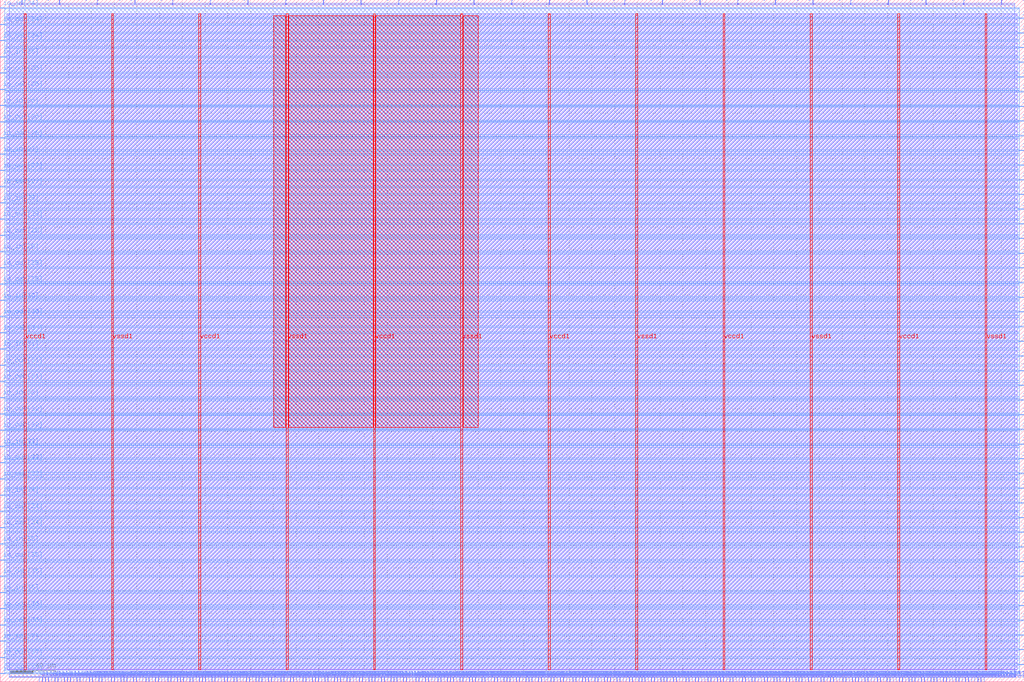
<source format=lef>
VERSION 5.7 ;
  NOWIREEXTENSIONATPIN ON ;
  DIVIDERCHAR "/" ;
  BUSBITCHARS "[]" ;
MACRO user_proj_example
  CLASS BLOCK ;
  FOREIGN user_proj_example ;
  ORIGIN 0.000 0.000 ;
  SIZE 900.000 BY 600.000 ;
  PIN io_in[0]
    DIRECTION INPUT ;
    USE SIGNAL ;
    PORT
      LAYER met3 ;
        RECT 896.000 15.000 900.000 15.600 ;
    END
  END io_in[0]
  PIN io_in[10]
    DIRECTION INPUT ;
    USE SIGNAL ;
    PORT
      LAYER met3 ;
        RECT 896.000 402.600 900.000 403.200 ;
    END
  END io_in[10]
  PIN io_in[11]
    DIRECTION INPUT ;
    USE SIGNAL ;
    PORT
      LAYER met3 ;
        RECT 896.000 441.360 900.000 441.960 ;
    END
  END io_in[11]
  PIN io_in[12]
    DIRECTION INPUT ;
    USE SIGNAL ;
    PORT
      LAYER met3 ;
        RECT 896.000 480.120 900.000 480.720 ;
    END
  END io_in[12]
  PIN io_in[13]
    DIRECTION INPUT ;
    USE SIGNAL ;
    PORT
      LAYER met3 ;
        RECT 896.000 518.880 900.000 519.480 ;
    END
  END io_in[13]
  PIN io_in[14]
    DIRECTION INPUT ;
    USE SIGNAL ;
    PORT
      LAYER met3 ;
        RECT 896.000 557.640 900.000 558.240 ;
    END
  END io_in[14]
  PIN io_in[15]
    DIRECTION INPUT ;
    USE SIGNAL ;
    PORT
      LAYER met2 ;
        RECT 880.070 596.000 880.350 600.000 ;
    END
  END io_in[15]
  PIN io_in[16]
    DIRECTION INPUT ;
    USE SIGNAL ;
    PORT
      LAYER met2 ;
        RECT 780.710 596.000 780.990 600.000 ;
    END
  END io_in[16]
  PIN io_in[17]
    DIRECTION INPUT ;
    USE SIGNAL ;
    PORT
      LAYER met2 ;
        RECT 681.350 596.000 681.630 600.000 ;
    END
  END io_in[17]
  PIN io_in[18]
    DIRECTION INPUT ;
    USE SIGNAL ;
    PORT
      LAYER met2 ;
        RECT 581.990 596.000 582.270 600.000 ;
    END
  END io_in[18]
  PIN io_in[19]
    DIRECTION INPUT ;
    USE SIGNAL ;
    PORT
      LAYER met2 ;
        RECT 482.630 596.000 482.910 600.000 ;
    END
  END io_in[19]
  PIN io_in[1]
    DIRECTION INPUT ;
    USE SIGNAL ;
    PORT
      LAYER met3 ;
        RECT 896.000 53.760 900.000 54.360 ;
    END
  END io_in[1]
  PIN io_in[20]
    DIRECTION INPUT ;
    USE SIGNAL ;
    PORT
      LAYER met2 ;
        RECT 383.270 596.000 383.550 600.000 ;
    END
  END io_in[20]
  PIN io_in[21]
    DIRECTION INPUT ;
    USE SIGNAL ;
    PORT
      LAYER met2 ;
        RECT 283.910 596.000 284.190 600.000 ;
    END
  END io_in[21]
  PIN io_in[22]
    DIRECTION INPUT ;
    USE SIGNAL ;
    PORT
      LAYER met2 ;
        RECT 184.550 596.000 184.830 600.000 ;
    END
  END io_in[22]
  PIN io_in[23]
    DIRECTION INPUT ;
    USE SIGNAL ;
    PORT
      LAYER met2 ;
        RECT 85.190 596.000 85.470 600.000 ;
    END
  END io_in[23]
  PIN io_in[24]
    DIRECTION INPUT ;
    USE SIGNAL ;
    PORT
      LAYER met3 ;
        RECT 0.000 592.320 4.000 592.920 ;
    END
  END io_in[24]
  PIN io_in[25]
    DIRECTION INPUT ;
    USE SIGNAL ;
    PORT
      LAYER met3 ;
        RECT 0.000 549.480 4.000 550.080 ;
    END
  END io_in[25]
  PIN io_in[26]
    DIRECTION INPUT ;
    USE SIGNAL ;
    PORT
      LAYER met3 ;
        RECT 0.000 506.640 4.000 507.240 ;
    END
  END io_in[26]
  PIN io_in[27]
    DIRECTION INPUT ;
    USE SIGNAL ;
    PORT
      LAYER met3 ;
        RECT 0.000 463.800 4.000 464.400 ;
    END
  END io_in[27]
  PIN io_in[28]
    DIRECTION INPUT ;
    USE SIGNAL ;
    PORT
      LAYER met3 ;
        RECT 0.000 420.960 4.000 421.560 ;
    END
  END io_in[28]
  PIN io_in[29]
    DIRECTION INPUT ;
    USE SIGNAL ;
    PORT
      LAYER met3 ;
        RECT 0.000 378.120 4.000 378.720 ;
    END
  END io_in[29]
  PIN io_in[2]
    DIRECTION INPUT ;
    USE SIGNAL ;
    PORT
      LAYER met3 ;
        RECT 896.000 92.520 900.000 93.120 ;
    END
  END io_in[2]
  PIN io_in[30]
    DIRECTION INPUT ;
    USE SIGNAL ;
    PORT
      LAYER met3 ;
        RECT 0.000 335.280 4.000 335.880 ;
    END
  END io_in[30]
  PIN io_in[31]
    DIRECTION INPUT ;
    USE SIGNAL ;
    PORT
      LAYER met3 ;
        RECT 0.000 292.440 4.000 293.040 ;
    END
  END io_in[31]
  PIN io_in[32]
    DIRECTION INPUT ;
    USE SIGNAL ;
    PORT
      LAYER met3 ;
        RECT 0.000 249.600 4.000 250.200 ;
    END
  END io_in[32]
  PIN io_in[33]
    DIRECTION INPUT ;
    USE SIGNAL ;
    PORT
      LAYER met3 ;
        RECT 0.000 206.760 4.000 207.360 ;
    END
  END io_in[33]
  PIN io_in[34]
    DIRECTION INPUT ;
    USE SIGNAL ;
    PORT
      LAYER met3 ;
        RECT 0.000 163.920 4.000 164.520 ;
    END
  END io_in[34]
  PIN io_in[35]
    DIRECTION INPUT ;
    USE SIGNAL ;
    PORT
      LAYER met3 ;
        RECT 0.000 121.080 4.000 121.680 ;
    END
  END io_in[35]
  PIN io_in[36]
    DIRECTION INPUT ;
    USE SIGNAL ;
    PORT
      LAYER met3 ;
        RECT 0.000 78.240 4.000 78.840 ;
    END
  END io_in[36]
  PIN io_in[37]
    DIRECTION INPUT ;
    USE SIGNAL ;
    PORT
      LAYER met3 ;
        RECT 0.000 35.400 4.000 36.000 ;
    END
  END io_in[37]
  PIN io_in[3]
    DIRECTION INPUT ;
    USE SIGNAL ;
    PORT
      LAYER met3 ;
        RECT 896.000 131.280 900.000 131.880 ;
    END
  END io_in[3]
  PIN io_in[4]
    DIRECTION INPUT ;
    USE SIGNAL ;
    PORT
      LAYER met3 ;
        RECT 896.000 170.040 900.000 170.640 ;
    END
  END io_in[4]
  PIN io_in[5]
    DIRECTION INPUT ;
    USE SIGNAL ;
    PORT
      LAYER met3 ;
        RECT 896.000 208.800 900.000 209.400 ;
    END
  END io_in[5]
  PIN io_in[6]
    DIRECTION INPUT ;
    USE SIGNAL ;
    PORT
      LAYER met3 ;
        RECT 896.000 247.560 900.000 248.160 ;
    END
  END io_in[6]
  PIN io_in[7]
    DIRECTION INPUT ;
    USE SIGNAL ;
    PORT
      LAYER met3 ;
        RECT 896.000 286.320 900.000 286.920 ;
    END
  END io_in[7]
  PIN io_in[8]
    DIRECTION INPUT ;
    USE SIGNAL ;
    PORT
      LAYER met3 ;
        RECT 896.000 325.080 900.000 325.680 ;
    END
  END io_in[8]
  PIN io_in[9]
    DIRECTION INPUT ;
    USE SIGNAL ;
    PORT
      LAYER met3 ;
        RECT 896.000 363.840 900.000 364.440 ;
    END
  END io_in[9]
  PIN io_oeb[0]
    DIRECTION OUTPUT TRISTATE ;
    USE SIGNAL ;
    PORT
      LAYER met3 ;
        RECT 896.000 40.840 900.000 41.440 ;
    END
  END io_oeb[0]
  PIN io_oeb[10]
    DIRECTION OUTPUT TRISTATE ;
    USE SIGNAL ;
    PORT
      LAYER met3 ;
        RECT 896.000 428.440 900.000 429.040 ;
    END
  END io_oeb[10]
  PIN io_oeb[11]
    DIRECTION OUTPUT TRISTATE ;
    USE SIGNAL ;
    PORT
      LAYER met3 ;
        RECT 896.000 467.200 900.000 467.800 ;
    END
  END io_oeb[11]
  PIN io_oeb[12]
    DIRECTION OUTPUT TRISTATE ;
    USE SIGNAL ;
    PORT
      LAYER met3 ;
        RECT 896.000 505.960 900.000 506.560 ;
    END
  END io_oeb[12]
  PIN io_oeb[13]
    DIRECTION OUTPUT TRISTATE ;
    USE SIGNAL ;
    PORT
      LAYER met3 ;
        RECT 896.000 544.720 900.000 545.320 ;
    END
  END io_oeb[13]
  PIN io_oeb[14]
    DIRECTION OUTPUT TRISTATE ;
    USE SIGNAL ;
    PORT
      LAYER met3 ;
        RECT 896.000 583.480 900.000 584.080 ;
    END
  END io_oeb[14]
  PIN io_oeb[15]
    DIRECTION OUTPUT TRISTATE ;
    USE SIGNAL ;
    PORT
      LAYER met2 ;
        RECT 813.830 596.000 814.110 600.000 ;
    END
  END io_oeb[15]
  PIN io_oeb[16]
    DIRECTION OUTPUT TRISTATE ;
    USE SIGNAL ;
    PORT
      LAYER met2 ;
        RECT 714.470 596.000 714.750 600.000 ;
    END
  END io_oeb[16]
  PIN io_oeb[17]
    DIRECTION OUTPUT TRISTATE ;
    USE SIGNAL ;
    PORT
      LAYER met2 ;
        RECT 615.110 596.000 615.390 600.000 ;
    END
  END io_oeb[17]
  PIN io_oeb[18]
    DIRECTION OUTPUT TRISTATE ;
    USE SIGNAL ;
    PORT
      LAYER met2 ;
        RECT 515.750 596.000 516.030 600.000 ;
    END
  END io_oeb[18]
  PIN io_oeb[19]
    DIRECTION OUTPUT TRISTATE ;
    USE SIGNAL ;
    PORT
      LAYER met2 ;
        RECT 416.390 596.000 416.670 600.000 ;
    END
  END io_oeb[19]
  PIN io_oeb[1]
    DIRECTION OUTPUT TRISTATE ;
    USE SIGNAL ;
    PORT
      LAYER met3 ;
        RECT 896.000 79.600 900.000 80.200 ;
    END
  END io_oeb[1]
  PIN io_oeb[20]
    DIRECTION OUTPUT TRISTATE ;
    USE SIGNAL ;
    PORT
      LAYER met2 ;
        RECT 317.030 596.000 317.310 600.000 ;
    END
  END io_oeb[20]
  PIN io_oeb[21]
    DIRECTION OUTPUT TRISTATE ;
    USE SIGNAL ;
    PORT
      LAYER met2 ;
        RECT 217.670 596.000 217.950 600.000 ;
    END
  END io_oeb[21]
  PIN io_oeb[22]
    DIRECTION OUTPUT TRISTATE ;
    USE SIGNAL ;
    PORT
      LAYER met2 ;
        RECT 118.310 596.000 118.590 600.000 ;
    END
  END io_oeb[22]
  PIN io_oeb[23]
    DIRECTION OUTPUT TRISTATE ;
    USE SIGNAL ;
    PORT
      LAYER met2 ;
        RECT 18.950 596.000 19.230 600.000 ;
    END
  END io_oeb[23]
  PIN io_oeb[24]
    DIRECTION OUTPUT TRISTATE ;
    USE SIGNAL ;
    PORT
      LAYER met3 ;
        RECT 0.000 563.760 4.000 564.360 ;
    END
  END io_oeb[24]
  PIN io_oeb[25]
    DIRECTION OUTPUT TRISTATE ;
    USE SIGNAL ;
    PORT
      LAYER met3 ;
        RECT 0.000 520.920 4.000 521.520 ;
    END
  END io_oeb[25]
  PIN io_oeb[26]
    DIRECTION OUTPUT TRISTATE ;
    USE SIGNAL ;
    PORT
      LAYER met3 ;
        RECT 0.000 478.080 4.000 478.680 ;
    END
  END io_oeb[26]
  PIN io_oeb[27]
    DIRECTION OUTPUT TRISTATE ;
    USE SIGNAL ;
    PORT
      LAYER met3 ;
        RECT 0.000 435.240 4.000 435.840 ;
    END
  END io_oeb[27]
  PIN io_oeb[28]
    DIRECTION OUTPUT TRISTATE ;
    USE SIGNAL ;
    PORT
      LAYER met3 ;
        RECT 0.000 392.400 4.000 393.000 ;
    END
  END io_oeb[28]
  PIN io_oeb[29]
    DIRECTION OUTPUT TRISTATE ;
    USE SIGNAL ;
    PORT
      LAYER met3 ;
        RECT 0.000 349.560 4.000 350.160 ;
    END
  END io_oeb[29]
  PIN io_oeb[2]
    DIRECTION OUTPUT TRISTATE ;
    USE SIGNAL ;
    PORT
      LAYER met3 ;
        RECT 896.000 118.360 900.000 118.960 ;
    END
  END io_oeb[2]
  PIN io_oeb[30]
    DIRECTION OUTPUT TRISTATE ;
    USE SIGNAL ;
    PORT
      LAYER met3 ;
        RECT 0.000 306.720 4.000 307.320 ;
    END
  END io_oeb[30]
  PIN io_oeb[31]
    DIRECTION OUTPUT TRISTATE ;
    USE SIGNAL ;
    PORT
      LAYER met3 ;
        RECT 0.000 263.880 4.000 264.480 ;
    END
  END io_oeb[31]
  PIN io_oeb[32]
    DIRECTION OUTPUT TRISTATE ;
    USE SIGNAL ;
    PORT
      LAYER met3 ;
        RECT 0.000 221.040 4.000 221.640 ;
    END
  END io_oeb[32]
  PIN io_oeb[33]
    DIRECTION OUTPUT TRISTATE ;
    USE SIGNAL ;
    PORT
      LAYER met3 ;
        RECT 0.000 178.200 4.000 178.800 ;
    END
  END io_oeb[33]
  PIN io_oeb[34]
    DIRECTION OUTPUT TRISTATE ;
    USE SIGNAL ;
    PORT
      LAYER met3 ;
        RECT 0.000 135.360 4.000 135.960 ;
    END
  END io_oeb[34]
  PIN io_oeb[35]
    DIRECTION OUTPUT TRISTATE ;
    USE SIGNAL ;
    PORT
      LAYER met3 ;
        RECT 0.000 92.520 4.000 93.120 ;
    END
  END io_oeb[35]
  PIN io_oeb[36]
    DIRECTION OUTPUT TRISTATE ;
    USE SIGNAL ;
    PORT
      LAYER met3 ;
        RECT 0.000 49.680 4.000 50.280 ;
    END
  END io_oeb[36]
  PIN io_oeb[37]
    DIRECTION OUTPUT TRISTATE ;
    USE SIGNAL ;
    PORT
      LAYER met3 ;
        RECT 0.000 6.840 4.000 7.440 ;
    END
  END io_oeb[37]
  PIN io_oeb[3]
    DIRECTION OUTPUT TRISTATE ;
    USE SIGNAL ;
    PORT
      LAYER met3 ;
        RECT 896.000 157.120 900.000 157.720 ;
    END
  END io_oeb[3]
  PIN io_oeb[4]
    DIRECTION OUTPUT TRISTATE ;
    USE SIGNAL ;
    PORT
      LAYER met3 ;
        RECT 896.000 195.880 900.000 196.480 ;
    END
  END io_oeb[4]
  PIN io_oeb[5]
    DIRECTION OUTPUT TRISTATE ;
    USE SIGNAL ;
    PORT
      LAYER met3 ;
        RECT 896.000 234.640 900.000 235.240 ;
    END
  END io_oeb[5]
  PIN io_oeb[6]
    DIRECTION OUTPUT TRISTATE ;
    USE SIGNAL ;
    PORT
      LAYER met3 ;
        RECT 896.000 273.400 900.000 274.000 ;
    END
  END io_oeb[6]
  PIN io_oeb[7]
    DIRECTION OUTPUT TRISTATE ;
    USE SIGNAL ;
    PORT
      LAYER met3 ;
        RECT 896.000 312.160 900.000 312.760 ;
    END
  END io_oeb[7]
  PIN io_oeb[8]
    DIRECTION OUTPUT TRISTATE ;
    USE SIGNAL ;
    PORT
      LAYER met3 ;
        RECT 896.000 350.920 900.000 351.520 ;
    END
  END io_oeb[8]
  PIN io_oeb[9]
    DIRECTION OUTPUT TRISTATE ;
    USE SIGNAL ;
    PORT
      LAYER met3 ;
        RECT 896.000 389.680 900.000 390.280 ;
    END
  END io_oeb[9]
  PIN io_out[0]
    DIRECTION OUTPUT TRISTATE ;
    USE SIGNAL ;
    PORT
      LAYER met3 ;
        RECT 896.000 27.920 900.000 28.520 ;
    END
  END io_out[0]
  PIN io_out[10]
    DIRECTION OUTPUT TRISTATE ;
    USE SIGNAL ;
    PORT
      LAYER met3 ;
        RECT 896.000 415.520 900.000 416.120 ;
    END
  END io_out[10]
  PIN io_out[11]
    DIRECTION OUTPUT TRISTATE ;
    USE SIGNAL ;
    PORT
      LAYER met3 ;
        RECT 896.000 454.280 900.000 454.880 ;
    END
  END io_out[11]
  PIN io_out[12]
    DIRECTION OUTPUT TRISTATE ;
    USE SIGNAL ;
    PORT
      LAYER met3 ;
        RECT 896.000 493.040 900.000 493.640 ;
    END
  END io_out[12]
  PIN io_out[13]
    DIRECTION OUTPUT TRISTATE ;
    USE SIGNAL ;
    PORT
      LAYER met3 ;
        RECT 896.000 531.800 900.000 532.400 ;
    END
  END io_out[13]
  PIN io_out[14]
    DIRECTION OUTPUT TRISTATE ;
    USE SIGNAL ;
    PORT
      LAYER met3 ;
        RECT 896.000 570.560 900.000 571.160 ;
    END
  END io_out[14]
  PIN io_out[15]
    DIRECTION OUTPUT TRISTATE ;
    USE SIGNAL ;
    PORT
      LAYER met2 ;
        RECT 846.950 596.000 847.230 600.000 ;
    END
  END io_out[15]
  PIN io_out[16]
    DIRECTION OUTPUT TRISTATE ;
    USE SIGNAL ;
    PORT
      LAYER met2 ;
        RECT 747.590 596.000 747.870 600.000 ;
    END
  END io_out[16]
  PIN io_out[17]
    DIRECTION OUTPUT TRISTATE ;
    USE SIGNAL ;
    PORT
      LAYER met2 ;
        RECT 648.230 596.000 648.510 600.000 ;
    END
  END io_out[17]
  PIN io_out[18]
    DIRECTION OUTPUT TRISTATE ;
    USE SIGNAL ;
    PORT
      LAYER met2 ;
        RECT 548.870 596.000 549.150 600.000 ;
    END
  END io_out[18]
  PIN io_out[19]
    DIRECTION OUTPUT TRISTATE ;
    USE SIGNAL ;
    PORT
      LAYER met2 ;
        RECT 449.510 596.000 449.790 600.000 ;
    END
  END io_out[19]
  PIN io_out[1]
    DIRECTION OUTPUT TRISTATE ;
    USE SIGNAL ;
    PORT
      LAYER met3 ;
        RECT 896.000 66.680 900.000 67.280 ;
    END
  END io_out[1]
  PIN io_out[20]
    DIRECTION OUTPUT TRISTATE ;
    USE SIGNAL ;
    PORT
      LAYER met2 ;
        RECT 350.150 596.000 350.430 600.000 ;
    END
  END io_out[20]
  PIN io_out[21]
    DIRECTION OUTPUT TRISTATE ;
    USE SIGNAL ;
    PORT
      LAYER met2 ;
        RECT 250.790 596.000 251.070 600.000 ;
    END
  END io_out[21]
  PIN io_out[22]
    DIRECTION OUTPUT TRISTATE ;
    USE SIGNAL ;
    PORT
      LAYER met2 ;
        RECT 151.430 596.000 151.710 600.000 ;
    END
  END io_out[22]
  PIN io_out[23]
    DIRECTION OUTPUT TRISTATE ;
    USE SIGNAL ;
    PORT
      LAYER met2 ;
        RECT 52.070 596.000 52.350 600.000 ;
    END
  END io_out[23]
  PIN io_out[24]
    DIRECTION OUTPUT TRISTATE ;
    USE SIGNAL ;
    PORT
      LAYER met3 ;
        RECT 0.000 578.040 4.000 578.640 ;
    END
  END io_out[24]
  PIN io_out[25]
    DIRECTION OUTPUT TRISTATE ;
    USE SIGNAL ;
    PORT
      LAYER met3 ;
        RECT 0.000 535.200 4.000 535.800 ;
    END
  END io_out[25]
  PIN io_out[26]
    DIRECTION OUTPUT TRISTATE ;
    USE SIGNAL ;
    PORT
      LAYER met3 ;
        RECT 0.000 492.360 4.000 492.960 ;
    END
  END io_out[26]
  PIN io_out[27]
    DIRECTION OUTPUT TRISTATE ;
    USE SIGNAL ;
    PORT
      LAYER met3 ;
        RECT 0.000 449.520 4.000 450.120 ;
    END
  END io_out[27]
  PIN io_out[28]
    DIRECTION OUTPUT TRISTATE ;
    USE SIGNAL ;
    PORT
      LAYER met3 ;
        RECT 0.000 406.680 4.000 407.280 ;
    END
  END io_out[28]
  PIN io_out[29]
    DIRECTION OUTPUT TRISTATE ;
    USE SIGNAL ;
    PORT
      LAYER met3 ;
        RECT 0.000 363.840 4.000 364.440 ;
    END
  END io_out[29]
  PIN io_out[2]
    DIRECTION OUTPUT TRISTATE ;
    USE SIGNAL ;
    PORT
      LAYER met3 ;
        RECT 896.000 105.440 900.000 106.040 ;
    END
  END io_out[2]
  PIN io_out[30]
    DIRECTION OUTPUT TRISTATE ;
    USE SIGNAL ;
    PORT
      LAYER met3 ;
        RECT 0.000 321.000 4.000 321.600 ;
    END
  END io_out[30]
  PIN io_out[31]
    DIRECTION OUTPUT TRISTATE ;
    USE SIGNAL ;
    PORT
      LAYER met3 ;
        RECT 0.000 278.160 4.000 278.760 ;
    END
  END io_out[31]
  PIN io_out[32]
    DIRECTION OUTPUT TRISTATE ;
    USE SIGNAL ;
    PORT
      LAYER met3 ;
        RECT 0.000 235.320 4.000 235.920 ;
    END
  END io_out[32]
  PIN io_out[33]
    DIRECTION OUTPUT TRISTATE ;
    USE SIGNAL ;
    PORT
      LAYER met3 ;
        RECT 0.000 192.480 4.000 193.080 ;
    END
  END io_out[33]
  PIN io_out[34]
    DIRECTION OUTPUT TRISTATE ;
    USE SIGNAL ;
    PORT
      LAYER met3 ;
        RECT 0.000 149.640 4.000 150.240 ;
    END
  END io_out[34]
  PIN io_out[35]
    DIRECTION OUTPUT TRISTATE ;
    USE SIGNAL ;
    PORT
      LAYER met3 ;
        RECT 0.000 106.800 4.000 107.400 ;
    END
  END io_out[35]
  PIN io_out[36]
    DIRECTION OUTPUT TRISTATE ;
    USE SIGNAL ;
    PORT
      LAYER met3 ;
        RECT 0.000 63.960 4.000 64.560 ;
    END
  END io_out[36]
  PIN io_out[37]
    DIRECTION OUTPUT TRISTATE ;
    USE SIGNAL ;
    PORT
      LAYER met3 ;
        RECT 0.000 21.120 4.000 21.720 ;
    END
  END io_out[37]
  PIN io_out[3]
    DIRECTION OUTPUT TRISTATE ;
    USE SIGNAL ;
    PORT
      LAYER met3 ;
        RECT 896.000 144.200 900.000 144.800 ;
    END
  END io_out[3]
  PIN io_out[4]
    DIRECTION OUTPUT TRISTATE ;
    USE SIGNAL ;
    PORT
      LAYER met3 ;
        RECT 896.000 182.960 900.000 183.560 ;
    END
  END io_out[4]
  PIN io_out[5]
    DIRECTION OUTPUT TRISTATE ;
    USE SIGNAL ;
    PORT
      LAYER met3 ;
        RECT 896.000 221.720 900.000 222.320 ;
    END
  END io_out[5]
  PIN io_out[6]
    DIRECTION OUTPUT TRISTATE ;
    USE SIGNAL ;
    PORT
      LAYER met3 ;
        RECT 896.000 260.480 900.000 261.080 ;
    END
  END io_out[6]
  PIN io_out[7]
    DIRECTION OUTPUT TRISTATE ;
    USE SIGNAL ;
    PORT
      LAYER met3 ;
        RECT 896.000 299.240 900.000 299.840 ;
    END
  END io_out[7]
  PIN io_out[8]
    DIRECTION OUTPUT TRISTATE ;
    USE SIGNAL ;
    PORT
      LAYER met3 ;
        RECT 896.000 338.000 900.000 338.600 ;
    END
  END io_out[8]
  PIN io_out[9]
    DIRECTION OUTPUT TRISTATE ;
    USE SIGNAL ;
    PORT
      LAYER met3 ;
        RECT 896.000 376.760 900.000 377.360 ;
    END
  END io_out[9]
  PIN la_data_in[0]
    DIRECTION INPUT ;
    USE SIGNAL ;
    PORT
      LAYER met2 ;
        RECT 326.690 0.000 326.970 4.000 ;
    END
  END la_data_in[0]
  PIN la_data_in[10]
    DIRECTION INPUT ;
    USE SIGNAL ;
    PORT
      LAYER met2 ;
        RECT 354.290 0.000 354.570 4.000 ;
    END
  END la_data_in[10]
  PIN la_data_in[11]
    DIRECTION INPUT ;
    USE SIGNAL ;
    PORT
      LAYER met2 ;
        RECT 357.050 0.000 357.330 4.000 ;
    END
  END la_data_in[11]
  PIN la_data_in[12]
    DIRECTION INPUT ;
    USE SIGNAL ;
    PORT
      LAYER met2 ;
        RECT 359.810 0.000 360.090 4.000 ;
    END
  END la_data_in[12]
  PIN la_data_in[13]
    DIRECTION INPUT ;
    USE SIGNAL ;
    PORT
      LAYER met2 ;
        RECT 362.570 0.000 362.850 4.000 ;
    END
  END la_data_in[13]
  PIN la_data_in[14]
    DIRECTION INPUT ;
    USE SIGNAL ;
    PORT
      LAYER met2 ;
        RECT 365.330 0.000 365.610 4.000 ;
    END
  END la_data_in[14]
  PIN la_data_in[15]
    DIRECTION INPUT ;
    USE SIGNAL ;
    PORT
      LAYER met2 ;
        RECT 368.090 0.000 368.370 4.000 ;
    END
  END la_data_in[15]
  PIN la_data_in[16]
    DIRECTION INPUT ;
    USE SIGNAL ;
    PORT
      LAYER met2 ;
        RECT 370.850 0.000 371.130 4.000 ;
    END
  END la_data_in[16]
  PIN la_data_in[17]
    DIRECTION INPUT ;
    USE SIGNAL ;
    PORT
      LAYER met2 ;
        RECT 373.610 0.000 373.890 4.000 ;
    END
  END la_data_in[17]
  PIN la_data_in[18]
    DIRECTION INPUT ;
    USE SIGNAL ;
    PORT
      LAYER met2 ;
        RECT 376.370 0.000 376.650 4.000 ;
    END
  END la_data_in[18]
  PIN la_data_in[19]
    DIRECTION INPUT ;
    USE SIGNAL ;
    PORT
      LAYER met2 ;
        RECT 379.130 0.000 379.410 4.000 ;
    END
  END la_data_in[19]
  PIN la_data_in[1]
    DIRECTION INPUT ;
    USE SIGNAL ;
    PORT
      LAYER met2 ;
        RECT 329.450 0.000 329.730 4.000 ;
    END
  END la_data_in[1]
  PIN la_data_in[20]
    DIRECTION INPUT ;
    USE SIGNAL ;
    PORT
      LAYER met2 ;
        RECT 381.890 0.000 382.170 4.000 ;
    END
  END la_data_in[20]
  PIN la_data_in[21]
    DIRECTION INPUT ;
    USE SIGNAL ;
    PORT
      LAYER met2 ;
        RECT 384.650 0.000 384.930 4.000 ;
    END
  END la_data_in[21]
  PIN la_data_in[22]
    DIRECTION INPUT ;
    USE SIGNAL ;
    PORT
      LAYER met2 ;
        RECT 387.410 0.000 387.690 4.000 ;
    END
  END la_data_in[22]
  PIN la_data_in[23]
    DIRECTION INPUT ;
    USE SIGNAL ;
    PORT
      LAYER met2 ;
        RECT 390.170 0.000 390.450 4.000 ;
    END
  END la_data_in[23]
  PIN la_data_in[24]
    DIRECTION INPUT ;
    USE SIGNAL ;
    PORT
      LAYER met2 ;
        RECT 392.930 0.000 393.210 4.000 ;
    END
  END la_data_in[24]
  PIN la_data_in[25]
    DIRECTION INPUT ;
    USE SIGNAL ;
    PORT
      LAYER met2 ;
        RECT 395.690 0.000 395.970 4.000 ;
    END
  END la_data_in[25]
  PIN la_data_in[26]
    DIRECTION INPUT ;
    USE SIGNAL ;
    PORT
      LAYER met2 ;
        RECT 398.450 0.000 398.730 4.000 ;
    END
  END la_data_in[26]
  PIN la_data_in[27]
    DIRECTION INPUT ;
    USE SIGNAL ;
    PORT
      LAYER met2 ;
        RECT 401.210 0.000 401.490 4.000 ;
    END
  END la_data_in[27]
  PIN la_data_in[28]
    DIRECTION INPUT ;
    USE SIGNAL ;
    PORT
      LAYER met2 ;
        RECT 403.970 0.000 404.250 4.000 ;
    END
  END la_data_in[28]
  PIN la_data_in[29]
    DIRECTION INPUT ;
    USE SIGNAL ;
    PORT
      LAYER met2 ;
        RECT 406.730 0.000 407.010 4.000 ;
    END
  END la_data_in[29]
  PIN la_data_in[2]
    DIRECTION INPUT ;
    USE SIGNAL ;
    PORT
      LAYER met2 ;
        RECT 332.210 0.000 332.490 4.000 ;
    END
  END la_data_in[2]
  PIN la_data_in[30]
    DIRECTION INPUT ;
    USE SIGNAL ;
    PORT
      LAYER met2 ;
        RECT 409.490 0.000 409.770 4.000 ;
    END
  END la_data_in[30]
  PIN la_data_in[31]
    DIRECTION INPUT ;
    USE SIGNAL ;
    PORT
      LAYER met2 ;
        RECT 412.250 0.000 412.530 4.000 ;
    END
  END la_data_in[31]
  PIN la_data_in[32]
    DIRECTION INPUT ;
    USE SIGNAL ;
    PORT
      LAYER met2 ;
        RECT 415.010 0.000 415.290 4.000 ;
    END
  END la_data_in[32]
  PIN la_data_in[33]
    DIRECTION INPUT ;
    USE SIGNAL ;
    PORT
      LAYER met2 ;
        RECT 417.770 0.000 418.050 4.000 ;
    END
  END la_data_in[33]
  PIN la_data_in[34]
    DIRECTION INPUT ;
    USE SIGNAL ;
    PORT
      LAYER met2 ;
        RECT 420.530 0.000 420.810 4.000 ;
    END
  END la_data_in[34]
  PIN la_data_in[35]
    DIRECTION INPUT ;
    USE SIGNAL ;
    PORT
      LAYER met2 ;
        RECT 423.290 0.000 423.570 4.000 ;
    END
  END la_data_in[35]
  PIN la_data_in[36]
    DIRECTION INPUT ;
    USE SIGNAL ;
    PORT
      LAYER met2 ;
        RECT 426.050 0.000 426.330 4.000 ;
    END
  END la_data_in[36]
  PIN la_data_in[37]
    DIRECTION INPUT ;
    USE SIGNAL ;
    PORT
      LAYER met2 ;
        RECT 428.810 0.000 429.090 4.000 ;
    END
  END la_data_in[37]
  PIN la_data_in[38]
    DIRECTION INPUT ;
    USE SIGNAL ;
    PORT
      LAYER met2 ;
        RECT 431.570 0.000 431.850 4.000 ;
    END
  END la_data_in[38]
  PIN la_data_in[39]
    DIRECTION INPUT ;
    USE SIGNAL ;
    PORT
      LAYER met2 ;
        RECT 434.330 0.000 434.610 4.000 ;
    END
  END la_data_in[39]
  PIN la_data_in[3]
    DIRECTION INPUT ;
    USE SIGNAL ;
    PORT
      LAYER met2 ;
        RECT 334.970 0.000 335.250 4.000 ;
    END
  END la_data_in[3]
  PIN la_data_in[40]
    DIRECTION INPUT ;
    USE SIGNAL ;
    PORT
      LAYER met2 ;
        RECT 437.090 0.000 437.370 4.000 ;
    END
  END la_data_in[40]
  PIN la_data_in[41]
    DIRECTION INPUT ;
    USE SIGNAL ;
    PORT
      LAYER met2 ;
        RECT 439.850 0.000 440.130 4.000 ;
    END
  END la_data_in[41]
  PIN la_data_in[42]
    DIRECTION INPUT ;
    USE SIGNAL ;
    PORT
      LAYER met2 ;
        RECT 442.610 0.000 442.890 4.000 ;
    END
  END la_data_in[42]
  PIN la_data_in[43]
    DIRECTION INPUT ;
    USE SIGNAL ;
    PORT
      LAYER met2 ;
        RECT 445.370 0.000 445.650 4.000 ;
    END
  END la_data_in[43]
  PIN la_data_in[44]
    DIRECTION INPUT ;
    USE SIGNAL ;
    PORT
      LAYER met2 ;
        RECT 448.130 0.000 448.410 4.000 ;
    END
  END la_data_in[44]
  PIN la_data_in[45]
    DIRECTION INPUT ;
    USE SIGNAL ;
    PORT
      LAYER met2 ;
        RECT 450.890 0.000 451.170 4.000 ;
    END
  END la_data_in[45]
  PIN la_data_in[46]
    DIRECTION INPUT ;
    USE SIGNAL ;
    PORT
      LAYER met2 ;
        RECT 453.650 0.000 453.930 4.000 ;
    END
  END la_data_in[46]
  PIN la_data_in[47]
    DIRECTION INPUT ;
    USE SIGNAL ;
    PORT
      LAYER met2 ;
        RECT 456.410 0.000 456.690 4.000 ;
    END
  END la_data_in[47]
  PIN la_data_in[48]
    DIRECTION INPUT ;
    USE SIGNAL ;
    PORT
      LAYER met2 ;
        RECT 459.170 0.000 459.450 4.000 ;
    END
  END la_data_in[48]
  PIN la_data_in[49]
    DIRECTION INPUT ;
    USE SIGNAL ;
    PORT
      LAYER met2 ;
        RECT 461.930 0.000 462.210 4.000 ;
    END
  END la_data_in[49]
  PIN la_data_in[4]
    DIRECTION INPUT ;
    USE SIGNAL ;
    PORT
      LAYER met2 ;
        RECT 337.730 0.000 338.010 4.000 ;
    END
  END la_data_in[4]
  PIN la_data_in[50]
    DIRECTION INPUT ;
    USE SIGNAL ;
    PORT
      LAYER met2 ;
        RECT 464.690 0.000 464.970 4.000 ;
    END
  END la_data_in[50]
  PIN la_data_in[51]
    DIRECTION INPUT ;
    USE SIGNAL ;
    PORT
      LAYER met2 ;
        RECT 467.450 0.000 467.730 4.000 ;
    END
  END la_data_in[51]
  PIN la_data_in[52]
    DIRECTION INPUT ;
    USE SIGNAL ;
    PORT
      LAYER met2 ;
        RECT 470.210 0.000 470.490 4.000 ;
    END
  END la_data_in[52]
  PIN la_data_in[53]
    DIRECTION INPUT ;
    USE SIGNAL ;
    PORT
      LAYER met2 ;
        RECT 472.970 0.000 473.250 4.000 ;
    END
  END la_data_in[53]
  PIN la_data_in[54]
    DIRECTION INPUT ;
    USE SIGNAL ;
    PORT
      LAYER met2 ;
        RECT 475.730 0.000 476.010 4.000 ;
    END
  END la_data_in[54]
  PIN la_data_in[55]
    DIRECTION INPUT ;
    USE SIGNAL ;
    PORT
      LAYER met2 ;
        RECT 478.490 0.000 478.770 4.000 ;
    END
  END la_data_in[55]
  PIN la_data_in[56]
    DIRECTION INPUT ;
    USE SIGNAL ;
    PORT
      LAYER met2 ;
        RECT 481.250 0.000 481.530 4.000 ;
    END
  END la_data_in[56]
  PIN la_data_in[57]
    DIRECTION INPUT ;
    USE SIGNAL ;
    PORT
      LAYER met2 ;
        RECT 484.010 0.000 484.290 4.000 ;
    END
  END la_data_in[57]
  PIN la_data_in[58]
    DIRECTION INPUT ;
    USE SIGNAL ;
    PORT
      LAYER met2 ;
        RECT 486.770 0.000 487.050 4.000 ;
    END
  END la_data_in[58]
  PIN la_data_in[59]
    DIRECTION INPUT ;
    USE SIGNAL ;
    PORT
      LAYER met2 ;
        RECT 489.530 0.000 489.810 4.000 ;
    END
  END la_data_in[59]
  PIN la_data_in[5]
    DIRECTION INPUT ;
    USE SIGNAL ;
    PORT
      LAYER met2 ;
        RECT 340.490 0.000 340.770 4.000 ;
    END
  END la_data_in[5]
  PIN la_data_in[60]
    DIRECTION INPUT ;
    USE SIGNAL ;
    PORT
      LAYER met2 ;
        RECT 492.290 0.000 492.570 4.000 ;
    END
  END la_data_in[60]
  PIN la_data_in[61]
    DIRECTION INPUT ;
    USE SIGNAL ;
    PORT
      LAYER met2 ;
        RECT 495.050 0.000 495.330 4.000 ;
    END
  END la_data_in[61]
  PIN la_data_in[62]
    DIRECTION INPUT ;
    USE SIGNAL ;
    PORT
      LAYER met2 ;
        RECT 497.810 0.000 498.090 4.000 ;
    END
  END la_data_in[62]
  PIN la_data_in[63]
    DIRECTION INPUT ;
    USE SIGNAL ;
    PORT
      LAYER met2 ;
        RECT 500.570 0.000 500.850 4.000 ;
    END
  END la_data_in[63]
  PIN la_data_in[6]
    DIRECTION INPUT ;
    USE SIGNAL ;
    PORT
      LAYER met2 ;
        RECT 343.250 0.000 343.530 4.000 ;
    END
  END la_data_in[6]
  PIN la_data_in[7]
    DIRECTION INPUT ;
    USE SIGNAL ;
    PORT
      LAYER met2 ;
        RECT 346.010 0.000 346.290 4.000 ;
    END
  END la_data_in[7]
  PIN la_data_in[8]
    DIRECTION INPUT ;
    USE SIGNAL ;
    PORT
      LAYER met2 ;
        RECT 348.770 0.000 349.050 4.000 ;
    END
  END la_data_in[8]
  PIN la_data_in[9]
    DIRECTION INPUT ;
    USE SIGNAL ;
    PORT
      LAYER met2 ;
        RECT 351.530 0.000 351.810 4.000 ;
    END
  END la_data_in[9]
  PIN la_data_out[0]
    DIRECTION OUTPUT TRISTATE ;
    USE SIGNAL ;
    PORT
      LAYER met2 ;
        RECT 503.330 0.000 503.610 4.000 ;
    END
  END la_data_out[0]
  PIN la_data_out[10]
    DIRECTION OUTPUT TRISTATE ;
    USE SIGNAL ;
    PORT
      LAYER met2 ;
        RECT 530.930 0.000 531.210 4.000 ;
    END
  END la_data_out[10]
  PIN la_data_out[11]
    DIRECTION OUTPUT TRISTATE ;
    USE SIGNAL ;
    PORT
      LAYER met2 ;
        RECT 533.690 0.000 533.970 4.000 ;
    END
  END la_data_out[11]
  PIN la_data_out[12]
    DIRECTION OUTPUT TRISTATE ;
    USE SIGNAL ;
    PORT
      LAYER met2 ;
        RECT 536.450 0.000 536.730 4.000 ;
    END
  END la_data_out[12]
  PIN la_data_out[13]
    DIRECTION OUTPUT TRISTATE ;
    USE SIGNAL ;
    PORT
      LAYER met2 ;
        RECT 539.210 0.000 539.490 4.000 ;
    END
  END la_data_out[13]
  PIN la_data_out[14]
    DIRECTION OUTPUT TRISTATE ;
    USE SIGNAL ;
    PORT
      LAYER met2 ;
        RECT 541.970 0.000 542.250 4.000 ;
    END
  END la_data_out[14]
  PIN la_data_out[15]
    DIRECTION OUTPUT TRISTATE ;
    USE SIGNAL ;
    PORT
      LAYER met2 ;
        RECT 544.730 0.000 545.010 4.000 ;
    END
  END la_data_out[15]
  PIN la_data_out[16]
    DIRECTION OUTPUT TRISTATE ;
    USE SIGNAL ;
    PORT
      LAYER met2 ;
        RECT 547.490 0.000 547.770 4.000 ;
    END
  END la_data_out[16]
  PIN la_data_out[17]
    DIRECTION OUTPUT TRISTATE ;
    USE SIGNAL ;
    PORT
      LAYER met2 ;
        RECT 550.250 0.000 550.530 4.000 ;
    END
  END la_data_out[17]
  PIN la_data_out[18]
    DIRECTION OUTPUT TRISTATE ;
    USE SIGNAL ;
    PORT
      LAYER met2 ;
        RECT 553.010 0.000 553.290 4.000 ;
    END
  END la_data_out[18]
  PIN la_data_out[19]
    DIRECTION OUTPUT TRISTATE ;
    USE SIGNAL ;
    PORT
      LAYER met2 ;
        RECT 555.770 0.000 556.050 4.000 ;
    END
  END la_data_out[19]
  PIN la_data_out[1]
    DIRECTION OUTPUT TRISTATE ;
    USE SIGNAL ;
    PORT
      LAYER met2 ;
        RECT 506.090 0.000 506.370 4.000 ;
    END
  END la_data_out[1]
  PIN la_data_out[20]
    DIRECTION OUTPUT TRISTATE ;
    USE SIGNAL ;
    PORT
      LAYER met2 ;
        RECT 558.530 0.000 558.810 4.000 ;
    END
  END la_data_out[20]
  PIN la_data_out[21]
    DIRECTION OUTPUT TRISTATE ;
    USE SIGNAL ;
    PORT
      LAYER met2 ;
        RECT 561.290 0.000 561.570 4.000 ;
    END
  END la_data_out[21]
  PIN la_data_out[22]
    DIRECTION OUTPUT TRISTATE ;
    USE SIGNAL ;
    PORT
      LAYER met2 ;
        RECT 564.050 0.000 564.330 4.000 ;
    END
  END la_data_out[22]
  PIN la_data_out[23]
    DIRECTION OUTPUT TRISTATE ;
    USE SIGNAL ;
    PORT
      LAYER met2 ;
        RECT 566.810 0.000 567.090 4.000 ;
    END
  END la_data_out[23]
  PIN la_data_out[24]
    DIRECTION OUTPUT TRISTATE ;
    USE SIGNAL ;
    PORT
      LAYER met2 ;
        RECT 569.570 0.000 569.850 4.000 ;
    END
  END la_data_out[24]
  PIN la_data_out[25]
    DIRECTION OUTPUT TRISTATE ;
    USE SIGNAL ;
    PORT
      LAYER met2 ;
        RECT 572.330 0.000 572.610 4.000 ;
    END
  END la_data_out[25]
  PIN la_data_out[26]
    DIRECTION OUTPUT TRISTATE ;
    USE SIGNAL ;
    PORT
      LAYER met2 ;
        RECT 575.090 0.000 575.370 4.000 ;
    END
  END la_data_out[26]
  PIN la_data_out[27]
    DIRECTION OUTPUT TRISTATE ;
    USE SIGNAL ;
    PORT
      LAYER met2 ;
        RECT 577.850 0.000 578.130 4.000 ;
    END
  END la_data_out[27]
  PIN la_data_out[28]
    DIRECTION OUTPUT TRISTATE ;
    USE SIGNAL ;
    PORT
      LAYER met2 ;
        RECT 580.610 0.000 580.890 4.000 ;
    END
  END la_data_out[28]
  PIN la_data_out[29]
    DIRECTION OUTPUT TRISTATE ;
    USE SIGNAL ;
    PORT
      LAYER met2 ;
        RECT 583.370 0.000 583.650 4.000 ;
    END
  END la_data_out[29]
  PIN la_data_out[2]
    DIRECTION OUTPUT TRISTATE ;
    USE SIGNAL ;
    PORT
      LAYER met2 ;
        RECT 508.850 0.000 509.130 4.000 ;
    END
  END la_data_out[2]
  PIN la_data_out[30]
    DIRECTION OUTPUT TRISTATE ;
    USE SIGNAL ;
    PORT
      LAYER met2 ;
        RECT 586.130 0.000 586.410 4.000 ;
    END
  END la_data_out[30]
  PIN la_data_out[31]
    DIRECTION OUTPUT TRISTATE ;
    USE SIGNAL ;
    PORT
      LAYER met2 ;
        RECT 588.890 0.000 589.170 4.000 ;
    END
  END la_data_out[31]
  PIN la_data_out[32]
    DIRECTION OUTPUT TRISTATE ;
    USE SIGNAL ;
    PORT
      LAYER met2 ;
        RECT 591.650 0.000 591.930 4.000 ;
    END
  END la_data_out[32]
  PIN la_data_out[33]
    DIRECTION OUTPUT TRISTATE ;
    USE SIGNAL ;
    PORT
      LAYER met2 ;
        RECT 594.410 0.000 594.690 4.000 ;
    END
  END la_data_out[33]
  PIN la_data_out[34]
    DIRECTION OUTPUT TRISTATE ;
    USE SIGNAL ;
    PORT
      LAYER met2 ;
        RECT 597.170 0.000 597.450 4.000 ;
    END
  END la_data_out[34]
  PIN la_data_out[35]
    DIRECTION OUTPUT TRISTATE ;
    USE SIGNAL ;
    PORT
      LAYER met2 ;
        RECT 599.930 0.000 600.210 4.000 ;
    END
  END la_data_out[35]
  PIN la_data_out[36]
    DIRECTION OUTPUT TRISTATE ;
    USE SIGNAL ;
    PORT
      LAYER met2 ;
        RECT 602.690 0.000 602.970 4.000 ;
    END
  END la_data_out[36]
  PIN la_data_out[37]
    DIRECTION OUTPUT TRISTATE ;
    USE SIGNAL ;
    PORT
      LAYER met2 ;
        RECT 605.450 0.000 605.730 4.000 ;
    END
  END la_data_out[37]
  PIN la_data_out[38]
    DIRECTION OUTPUT TRISTATE ;
    USE SIGNAL ;
    PORT
      LAYER met2 ;
        RECT 608.210 0.000 608.490 4.000 ;
    END
  END la_data_out[38]
  PIN la_data_out[39]
    DIRECTION OUTPUT TRISTATE ;
    USE SIGNAL ;
    PORT
      LAYER met2 ;
        RECT 610.970 0.000 611.250 4.000 ;
    END
  END la_data_out[39]
  PIN la_data_out[3]
    DIRECTION OUTPUT TRISTATE ;
    USE SIGNAL ;
    PORT
      LAYER met2 ;
        RECT 511.610 0.000 511.890 4.000 ;
    END
  END la_data_out[3]
  PIN la_data_out[40]
    DIRECTION OUTPUT TRISTATE ;
    USE SIGNAL ;
    PORT
      LAYER met2 ;
        RECT 613.730 0.000 614.010 4.000 ;
    END
  END la_data_out[40]
  PIN la_data_out[41]
    DIRECTION OUTPUT TRISTATE ;
    USE SIGNAL ;
    PORT
      LAYER met2 ;
        RECT 616.490 0.000 616.770 4.000 ;
    END
  END la_data_out[41]
  PIN la_data_out[42]
    DIRECTION OUTPUT TRISTATE ;
    USE SIGNAL ;
    PORT
      LAYER met2 ;
        RECT 619.250 0.000 619.530 4.000 ;
    END
  END la_data_out[42]
  PIN la_data_out[43]
    DIRECTION OUTPUT TRISTATE ;
    USE SIGNAL ;
    PORT
      LAYER met2 ;
        RECT 622.010 0.000 622.290 4.000 ;
    END
  END la_data_out[43]
  PIN la_data_out[44]
    DIRECTION OUTPUT TRISTATE ;
    USE SIGNAL ;
    PORT
      LAYER met2 ;
        RECT 624.770 0.000 625.050 4.000 ;
    END
  END la_data_out[44]
  PIN la_data_out[45]
    DIRECTION OUTPUT TRISTATE ;
    USE SIGNAL ;
    PORT
      LAYER met2 ;
        RECT 627.530 0.000 627.810 4.000 ;
    END
  END la_data_out[45]
  PIN la_data_out[46]
    DIRECTION OUTPUT TRISTATE ;
    USE SIGNAL ;
    PORT
      LAYER met2 ;
        RECT 630.290 0.000 630.570 4.000 ;
    END
  END la_data_out[46]
  PIN la_data_out[47]
    DIRECTION OUTPUT TRISTATE ;
    USE SIGNAL ;
    PORT
      LAYER met2 ;
        RECT 633.050 0.000 633.330 4.000 ;
    END
  END la_data_out[47]
  PIN la_data_out[48]
    DIRECTION OUTPUT TRISTATE ;
    USE SIGNAL ;
    PORT
      LAYER met2 ;
        RECT 635.810 0.000 636.090 4.000 ;
    END
  END la_data_out[48]
  PIN la_data_out[49]
    DIRECTION OUTPUT TRISTATE ;
    USE SIGNAL ;
    PORT
      LAYER met2 ;
        RECT 638.570 0.000 638.850 4.000 ;
    END
  END la_data_out[49]
  PIN la_data_out[4]
    DIRECTION OUTPUT TRISTATE ;
    USE SIGNAL ;
    PORT
      LAYER met2 ;
        RECT 514.370 0.000 514.650 4.000 ;
    END
  END la_data_out[4]
  PIN la_data_out[50]
    DIRECTION OUTPUT TRISTATE ;
    USE SIGNAL ;
    PORT
      LAYER met2 ;
        RECT 641.330 0.000 641.610 4.000 ;
    END
  END la_data_out[50]
  PIN la_data_out[51]
    DIRECTION OUTPUT TRISTATE ;
    USE SIGNAL ;
    PORT
      LAYER met2 ;
        RECT 644.090 0.000 644.370 4.000 ;
    END
  END la_data_out[51]
  PIN la_data_out[52]
    DIRECTION OUTPUT TRISTATE ;
    USE SIGNAL ;
    PORT
      LAYER met2 ;
        RECT 646.850 0.000 647.130 4.000 ;
    END
  END la_data_out[52]
  PIN la_data_out[53]
    DIRECTION OUTPUT TRISTATE ;
    USE SIGNAL ;
    PORT
      LAYER met2 ;
        RECT 649.610 0.000 649.890 4.000 ;
    END
  END la_data_out[53]
  PIN la_data_out[54]
    DIRECTION OUTPUT TRISTATE ;
    USE SIGNAL ;
    PORT
      LAYER met2 ;
        RECT 652.370 0.000 652.650 4.000 ;
    END
  END la_data_out[54]
  PIN la_data_out[55]
    DIRECTION OUTPUT TRISTATE ;
    USE SIGNAL ;
    PORT
      LAYER met2 ;
        RECT 655.130 0.000 655.410 4.000 ;
    END
  END la_data_out[55]
  PIN la_data_out[56]
    DIRECTION OUTPUT TRISTATE ;
    USE SIGNAL ;
    PORT
      LAYER met2 ;
        RECT 657.890 0.000 658.170 4.000 ;
    END
  END la_data_out[56]
  PIN la_data_out[57]
    DIRECTION OUTPUT TRISTATE ;
    USE SIGNAL ;
    PORT
      LAYER met2 ;
        RECT 660.650 0.000 660.930 4.000 ;
    END
  END la_data_out[57]
  PIN la_data_out[58]
    DIRECTION OUTPUT TRISTATE ;
    USE SIGNAL ;
    PORT
      LAYER met2 ;
        RECT 663.410 0.000 663.690 4.000 ;
    END
  END la_data_out[58]
  PIN la_data_out[59]
    DIRECTION OUTPUT TRISTATE ;
    USE SIGNAL ;
    PORT
      LAYER met2 ;
        RECT 666.170 0.000 666.450 4.000 ;
    END
  END la_data_out[59]
  PIN la_data_out[5]
    DIRECTION OUTPUT TRISTATE ;
    USE SIGNAL ;
    PORT
      LAYER met2 ;
        RECT 517.130 0.000 517.410 4.000 ;
    END
  END la_data_out[5]
  PIN la_data_out[60]
    DIRECTION OUTPUT TRISTATE ;
    USE SIGNAL ;
    PORT
      LAYER met2 ;
        RECT 668.930 0.000 669.210 4.000 ;
    END
  END la_data_out[60]
  PIN la_data_out[61]
    DIRECTION OUTPUT TRISTATE ;
    USE SIGNAL ;
    PORT
      LAYER met2 ;
        RECT 671.690 0.000 671.970 4.000 ;
    END
  END la_data_out[61]
  PIN la_data_out[62]
    DIRECTION OUTPUT TRISTATE ;
    USE SIGNAL ;
    PORT
      LAYER met2 ;
        RECT 674.450 0.000 674.730 4.000 ;
    END
  END la_data_out[62]
  PIN la_data_out[63]
    DIRECTION OUTPUT TRISTATE ;
    USE SIGNAL ;
    PORT
      LAYER met2 ;
        RECT 677.210 0.000 677.490 4.000 ;
    END
  END la_data_out[63]
  PIN la_data_out[6]
    DIRECTION OUTPUT TRISTATE ;
    USE SIGNAL ;
    PORT
      LAYER met2 ;
        RECT 519.890 0.000 520.170 4.000 ;
    END
  END la_data_out[6]
  PIN la_data_out[7]
    DIRECTION OUTPUT TRISTATE ;
    USE SIGNAL ;
    PORT
      LAYER met2 ;
        RECT 522.650 0.000 522.930 4.000 ;
    END
  END la_data_out[7]
  PIN la_data_out[8]
    DIRECTION OUTPUT TRISTATE ;
    USE SIGNAL ;
    PORT
      LAYER met2 ;
        RECT 525.410 0.000 525.690 4.000 ;
    END
  END la_data_out[8]
  PIN la_data_out[9]
    DIRECTION OUTPUT TRISTATE ;
    USE SIGNAL ;
    PORT
      LAYER met2 ;
        RECT 528.170 0.000 528.450 4.000 ;
    END
  END la_data_out[9]
  PIN la_oenb[0]
    DIRECTION INPUT ;
    USE SIGNAL ;
    PORT
      LAYER met2 ;
        RECT 679.970 0.000 680.250 4.000 ;
    END
  END la_oenb[0]
  PIN la_oenb[10]
    DIRECTION INPUT ;
    USE SIGNAL ;
    PORT
      LAYER met2 ;
        RECT 707.570 0.000 707.850 4.000 ;
    END
  END la_oenb[10]
  PIN la_oenb[11]
    DIRECTION INPUT ;
    USE SIGNAL ;
    PORT
      LAYER met2 ;
        RECT 710.330 0.000 710.610 4.000 ;
    END
  END la_oenb[11]
  PIN la_oenb[12]
    DIRECTION INPUT ;
    USE SIGNAL ;
    PORT
      LAYER met2 ;
        RECT 713.090 0.000 713.370 4.000 ;
    END
  END la_oenb[12]
  PIN la_oenb[13]
    DIRECTION INPUT ;
    USE SIGNAL ;
    PORT
      LAYER met2 ;
        RECT 715.850 0.000 716.130 4.000 ;
    END
  END la_oenb[13]
  PIN la_oenb[14]
    DIRECTION INPUT ;
    USE SIGNAL ;
    PORT
      LAYER met2 ;
        RECT 718.610 0.000 718.890 4.000 ;
    END
  END la_oenb[14]
  PIN la_oenb[15]
    DIRECTION INPUT ;
    USE SIGNAL ;
    PORT
      LAYER met2 ;
        RECT 721.370 0.000 721.650 4.000 ;
    END
  END la_oenb[15]
  PIN la_oenb[16]
    DIRECTION INPUT ;
    USE SIGNAL ;
    PORT
      LAYER met2 ;
        RECT 724.130 0.000 724.410 4.000 ;
    END
  END la_oenb[16]
  PIN la_oenb[17]
    DIRECTION INPUT ;
    USE SIGNAL ;
    PORT
      LAYER met2 ;
        RECT 726.890 0.000 727.170 4.000 ;
    END
  END la_oenb[17]
  PIN la_oenb[18]
    DIRECTION INPUT ;
    USE SIGNAL ;
    PORT
      LAYER met2 ;
        RECT 729.650 0.000 729.930 4.000 ;
    END
  END la_oenb[18]
  PIN la_oenb[19]
    DIRECTION INPUT ;
    USE SIGNAL ;
    PORT
      LAYER met2 ;
        RECT 732.410 0.000 732.690 4.000 ;
    END
  END la_oenb[19]
  PIN la_oenb[1]
    DIRECTION INPUT ;
    USE SIGNAL ;
    PORT
      LAYER met2 ;
        RECT 682.730 0.000 683.010 4.000 ;
    END
  END la_oenb[1]
  PIN la_oenb[20]
    DIRECTION INPUT ;
    USE SIGNAL ;
    PORT
      LAYER met2 ;
        RECT 735.170 0.000 735.450 4.000 ;
    END
  END la_oenb[20]
  PIN la_oenb[21]
    DIRECTION INPUT ;
    USE SIGNAL ;
    PORT
      LAYER met2 ;
        RECT 737.930 0.000 738.210 4.000 ;
    END
  END la_oenb[21]
  PIN la_oenb[22]
    DIRECTION INPUT ;
    USE SIGNAL ;
    PORT
      LAYER met2 ;
        RECT 740.690 0.000 740.970 4.000 ;
    END
  END la_oenb[22]
  PIN la_oenb[23]
    DIRECTION INPUT ;
    USE SIGNAL ;
    PORT
      LAYER met2 ;
        RECT 743.450 0.000 743.730 4.000 ;
    END
  END la_oenb[23]
  PIN la_oenb[24]
    DIRECTION INPUT ;
    USE SIGNAL ;
    PORT
      LAYER met2 ;
        RECT 746.210 0.000 746.490 4.000 ;
    END
  END la_oenb[24]
  PIN la_oenb[25]
    DIRECTION INPUT ;
    USE SIGNAL ;
    PORT
      LAYER met2 ;
        RECT 748.970 0.000 749.250 4.000 ;
    END
  END la_oenb[25]
  PIN la_oenb[26]
    DIRECTION INPUT ;
    USE SIGNAL ;
    PORT
      LAYER met2 ;
        RECT 751.730 0.000 752.010 4.000 ;
    END
  END la_oenb[26]
  PIN la_oenb[27]
    DIRECTION INPUT ;
    USE SIGNAL ;
    PORT
      LAYER met2 ;
        RECT 754.490 0.000 754.770 4.000 ;
    END
  END la_oenb[27]
  PIN la_oenb[28]
    DIRECTION INPUT ;
    USE SIGNAL ;
    PORT
      LAYER met2 ;
        RECT 757.250 0.000 757.530 4.000 ;
    END
  END la_oenb[28]
  PIN la_oenb[29]
    DIRECTION INPUT ;
    USE SIGNAL ;
    PORT
      LAYER met2 ;
        RECT 760.010 0.000 760.290 4.000 ;
    END
  END la_oenb[29]
  PIN la_oenb[2]
    DIRECTION INPUT ;
    USE SIGNAL ;
    PORT
      LAYER met2 ;
        RECT 685.490 0.000 685.770 4.000 ;
    END
  END la_oenb[2]
  PIN la_oenb[30]
    DIRECTION INPUT ;
    USE SIGNAL ;
    PORT
      LAYER met2 ;
        RECT 762.770 0.000 763.050 4.000 ;
    END
  END la_oenb[30]
  PIN la_oenb[31]
    DIRECTION INPUT ;
    USE SIGNAL ;
    PORT
      LAYER met2 ;
        RECT 765.530 0.000 765.810 4.000 ;
    END
  END la_oenb[31]
  PIN la_oenb[32]
    DIRECTION INPUT ;
    USE SIGNAL ;
    PORT
      LAYER met2 ;
        RECT 768.290 0.000 768.570 4.000 ;
    END
  END la_oenb[32]
  PIN la_oenb[33]
    DIRECTION INPUT ;
    USE SIGNAL ;
    PORT
      LAYER met2 ;
        RECT 771.050 0.000 771.330 4.000 ;
    END
  END la_oenb[33]
  PIN la_oenb[34]
    DIRECTION INPUT ;
    USE SIGNAL ;
    PORT
      LAYER met2 ;
        RECT 773.810 0.000 774.090 4.000 ;
    END
  END la_oenb[34]
  PIN la_oenb[35]
    DIRECTION INPUT ;
    USE SIGNAL ;
    PORT
      LAYER met2 ;
        RECT 776.570 0.000 776.850 4.000 ;
    END
  END la_oenb[35]
  PIN la_oenb[36]
    DIRECTION INPUT ;
    USE SIGNAL ;
    PORT
      LAYER met2 ;
        RECT 779.330 0.000 779.610 4.000 ;
    END
  END la_oenb[36]
  PIN la_oenb[37]
    DIRECTION INPUT ;
    USE SIGNAL ;
    PORT
      LAYER met2 ;
        RECT 782.090 0.000 782.370 4.000 ;
    END
  END la_oenb[37]
  PIN la_oenb[38]
    DIRECTION INPUT ;
    USE SIGNAL ;
    PORT
      LAYER met2 ;
        RECT 784.850 0.000 785.130 4.000 ;
    END
  END la_oenb[38]
  PIN la_oenb[39]
    DIRECTION INPUT ;
    USE SIGNAL ;
    PORT
      LAYER met2 ;
        RECT 787.610 0.000 787.890 4.000 ;
    END
  END la_oenb[39]
  PIN la_oenb[3]
    DIRECTION INPUT ;
    USE SIGNAL ;
    PORT
      LAYER met2 ;
        RECT 688.250 0.000 688.530 4.000 ;
    END
  END la_oenb[3]
  PIN la_oenb[40]
    DIRECTION INPUT ;
    USE SIGNAL ;
    PORT
      LAYER met2 ;
        RECT 790.370 0.000 790.650 4.000 ;
    END
  END la_oenb[40]
  PIN la_oenb[41]
    DIRECTION INPUT ;
    USE SIGNAL ;
    PORT
      LAYER met2 ;
        RECT 793.130 0.000 793.410 4.000 ;
    END
  END la_oenb[41]
  PIN la_oenb[42]
    DIRECTION INPUT ;
    USE SIGNAL ;
    PORT
      LAYER met2 ;
        RECT 795.890 0.000 796.170 4.000 ;
    END
  END la_oenb[42]
  PIN la_oenb[43]
    DIRECTION INPUT ;
    USE SIGNAL ;
    PORT
      LAYER met2 ;
        RECT 798.650 0.000 798.930 4.000 ;
    END
  END la_oenb[43]
  PIN la_oenb[44]
    DIRECTION INPUT ;
    USE SIGNAL ;
    PORT
      LAYER met2 ;
        RECT 801.410 0.000 801.690 4.000 ;
    END
  END la_oenb[44]
  PIN la_oenb[45]
    DIRECTION INPUT ;
    USE SIGNAL ;
    PORT
      LAYER met2 ;
        RECT 804.170 0.000 804.450 4.000 ;
    END
  END la_oenb[45]
  PIN la_oenb[46]
    DIRECTION INPUT ;
    USE SIGNAL ;
    PORT
      LAYER met2 ;
        RECT 806.930 0.000 807.210 4.000 ;
    END
  END la_oenb[46]
  PIN la_oenb[47]
    DIRECTION INPUT ;
    USE SIGNAL ;
    PORT
      LAYER met2 ;
        RECT 809.690 0.000 809.970 4.000 ;
    END
  END la_oenb[47]
  PIN la_oenb[48]
    DIRECTION INPUT ;
    USE SIGNAL ;
    PORT
      LAYER met2 ;
        RECT 812.450 0.000 812.730 4.000 ;
    END
  END la_oenb[48]
  PIN la_oenb[49]
    DIRECTION INPUT ;
    USE SIGNAL ;
    PORT
      LAYER met2 ;
        RECT 815.210 0.000 815.490 4.000 ;
    END
  END la_oenb[49]
  PIN la_oenb[4]
    DIRECTION INPUT ;
    USE SIGNAL ;
    PORT
      LAYER met2 ;
        RECT 691.010 0.000 691.290 4.000 ;
    END
  END la_oenb[4]
  PIN la_oenb[50]
    DIRECTION INPUT ;
    USE SIGNAL ;
    PORT
      LAYER met2 ;
        RECT 817.970 0.000 818.250 4.000 ;
    END
  END la_oenb[50]
  PIN la_oenb[51]
    DIRECTION INPUT ;
    USE SIGNAL ;
    PORT
      LAYER met2 ;
        RECT 820.730 0.000 821.010 4.000 ;
    END
  END la_oenb[51]
  PIN la_oenb[52]
    DIRECTION INPUT ;
    USE SIGNAL ;
    PORT
      LAYER met2 ;
        RECT 823.490 0.000 823.770 4.000 ;
    END
  END la_oenb[52]
  PIN la_oenb[53]
    DIRECTION INPUT ;
    USE SIGNAL ;
    PORT
      LAYER met2 ;
        RECT 826.250 0.000 826.530 4.000 ;
    END
  END la_oenb[53]
  PIN la_oenb[54]
    DIRECTION INPUT ;
    USE SIGNAL ;
    PORT
      LAYER met2 ;
        RECT 829.010 0.000 829.290 4.000 ;
    END
  END la_oenb[54]
  PIN la_oenb[55]
    DIRECTION INPUT ;
    USE SIGNAL ;
    PORT
      LAYER met2 ;
        RECT 831.770 0.000 832.050 4.000 ;
    END
  END la_oenb[55]
  PIN la_oenb[56]
    DIRECTION INPUT ;
    USE SIGNAL ;
    PORT
      LAYER met2 ;
        RECT 834.530 0.000 834.810 4.000 ;
    END
  END la_oenb[56]
  PIN la_oenb[57]
    DIRECTION INPUT ;
    USE SIGNAL ;
    PORT
      LAYER met2 ;
        RECT 837.290 0.000 837.570 4.000 ;
    END
  END la_oenb[57]
  PIN la_oenb[58]
    DIRECTION INPUT ;
    USE SIGNAL ;
    PORT
      LAYER met2 ;
        RECT 840.050 0.000 840.330 4.000 ;
    END
  END la_oenb[58]
  PIN la_oenb[59]
    DIRECTION INPUT ;
    USE SIGNAL ;
    PORT
      LAYER met2 ;
        RECT 842.810 0.000 843.090 4.000 ;
    END
  END la_oenb[59]
  PIN la_oenb[5]
    DIRECTION INPUT ;
    USE SIGNAL ;
    PORT
      LAYER met2 ;
        RECT 693.770 0.000 694.050 4.000 ;
    END
  END la_oenb[5]
  PIN la_oenb[60]
    DIRECTION INPUT ;
    USE SIGNAL ;
    PORT
      LAYER met2 ;
        RECT 845.570 0.000 845.850 4.000 ;
    END
  END la_oenb[60]
  PIN la_oenb[61]
    DIRECTION INPUT ;
    USE SIGNAL ;
    PORT
      LAYER met2 ;
        RECT 848.330 0.000 848.610 4.000 ;
    END
  END la_oenb[61]
  PIN la_oenb[62]
    DIRECTION INPUT ;
    USE SIGNAL ;
    PORT
      LAYER met2 ;
        RECT 851.090 0.000 851.370 4.000 ;
    END
  END la_oenb[62]
  PIN la_oenb[63]
    DIRECTION INPUT ;
    USE SIGNAL ;
    PORT
      LAYER met2 ;
        RECT 853.850 0.000 854.130 4.000 ;
    END
  END la_oenb[63]
  PIN la_oenb[6]
    DIRECTION INPUT ;
    USE SIGNAL ;
    PORT
      LAYER met2 ;
        RECT 696.530 0.000 696.810 4.000 ;
    END
  END la_oenb[6]
  PIN la_oenb[7]
    DIRECTION INPUT ;
    USE SIGNAL ;
    PORT
      LAYER met2 ;
        RECT 699.290 0.000 699.570 4.000 ;
    END
  END la_oenb[7]
  PIN la_oenb[8]
    DIRECTION INPUT ;
    USE SIGNAL ;
    PORT
      LAYER met2 ;
        RECT 702.050 0.000 702.330 4.000 ;
    END
  END la_oenb[8]
  PIN la_oenb[9]
    DIRECTION INPUT ;
    USE SIGNAL ;
    PORT
      LAYER met2 ;
        RECT 704.810 0.000 705.090 4.000 ;
    END
  END la_oenb[9]
  PIN user_clock2
    DIRECTION INPUT ;
    USE SIGNAL ;
    PORT
      LAYER met2 ;
        RECT 856.610 0.000 856.890 4.000 ;
    END
  END user_clock2
  PIN user_irq[0]
    DIRECTION OUTPUT TRISTATE ;
    USE SIGNAL ;
    PORT
      LAYER met2 ;
        RECT 859.370 0.000 859.650 4.000 ;
    END
  END user_irq[0]
  PIN user_irq[1]
    DIRECTION OUTPUT TRISTATE ;
    USE SIGNAL ;
    PORT
      LAYER met2 ;
        RECT 862.130 0.000 862.410 4.000 ;
    END
  END user_irq[1]
  PIN user_irq[2]
    DIRECTION OUTPUT TRISTATE ;
    USE SIGNAL ;
    PORT
      LAYER met2 ;
        RECT 864.890 0.000 865.170 4.000 ;
    END
  END user_irq[2]
  PIN vccd1
    DIRECTION INOUT ;
    USE POWER ;
    PORT
      LAYER met4 ;
        RECT 21.040 10.640 22.640 587.760 ;
    END
    PORT
      LAYER met4 ;
        RECT 174.640 10.640 176.240 587.760 ;
    END
    PORT
      LAYER met4 ;
        RECT 328.240 10.640 329.840 587.760 ;
    END
    PORT
      LAYER met4 ;
        RECT 481.840 10.640 483.440 587.760 ;
    END
    PORT
      LAYER met4 ;
        RECT 635.440 10.640 637.040 587.760 ;
    END
    PORT
      LAYER met4 ;
        RECT 789.040 10.640 790.640 587.760 ;
    END
  END vccd1
  PIN vssd1
    DIRECTION INOUT ;
    USE GROUND ;
    PORT
      LAYER met4 ;
        RECT 97.840 10.640 99.440 587.760 ;
    END
    PORT
      LAYER met4 ;
        RECT 251.440 10.640 253.040 587.760 ;
    END
    PORT
      LAYER met4 ;
        RECT 405.040 10.640 406.640 587.760 ;
    END
    PORT
      LAYER met4 ;
        RECT 558.640 10.640 560.240 587.760 ;
    END
    PORT
      LAYER met4 ;
        RECT 712.240 10.640 713.840 587.760 ;
    END
    PORT
      LAYER met4 ;
        RECT 865.840 10.640 867.440 587.760 ;
    END
  END vssd1
  PIN wb_clk_i
    DIRECTION INPUT ;
    USE SIGNAL ;
    PORT
      LAYER met2 ;
        RECT 34.130 0.000 34.410 4.000 ;
    END
  END wb_clk_i
  PIN wb_rst_i
    DIRECTION INPUT ;
    USE SIGNAL ;
    PORT
      LAYER met2 ;
        RECT 36.890 0.000 37.170 4.000 ;
    END
  END wb_rst_i
  PIN wbs_ack_o
    DIRECTION OUTPUT TRISTATE ;
    USE SIGNAL ;
    PORT
      LAYER met2 ;
        RECT 39.650 0.000 39.930 4.000 ;
    END
  END wbs_ack_o
  PIN wbs_adr_i[0]
    DIRECTION INPUT ;
    USE SIGNAL ;
    PORT
      LAYER met2 ;
        RECT 42.410 0.000 42.690 4.000 ;
    END
  END wbs_adr_i[0]
  PIN wbs_adr_i[10]
    DIRECTION INPUT ;
    USE SIGNAL ;
    PORT
      LAYER met2 ;
        RECT 70.010 0.000 70.290 4.000 ;
    END
  END wbs_adr_i[10]
  PIN wbs_adr_i[11]
    DIRECTION INPUT ;
    USE SIGNAL ;
    PORT
      LAYER met2 ;
        RECT 72.770 0.000 73.050 4.000 ;
    END
  END wbs_adr_i[11]
  PIN wbs_adr_i[12]
    DIRECTION INPUT ;
    USE SIGNAL ;
    PORT
      LAYER met2 ;
        RECT 75.530 0.000 75.810 4.000 ;
    END
  END wbs_adr_i[12]
  PIN wbs_adr_i[13]
    DIRECTION INPUT ;
    USE SIGNAL ;
    PORT
      LAYER met2 ;
        RECT 78.290 0.000 78.570 4.000 ;
    END
  END wbs_adr_i[13]
  PIN wbs_adr_i[14]
    DIRECTION INPUT ;
    USE SIGNAL ;
    PORT
      LAYER met2 ;
        RECT 81.050 0.000 81.330 4.000 ;
    END
  END wbs_adr_i[14]
  PIN wbs_adr_i[15]
    DIRECTION INPUT ;
    USE SIGNAL ;
    PORT
      LAYER met2 ;
        RECT 83.810 0.000 84.090 4.000 ;
    END
  END wbs_adr_i[15]
  PIN wbs_adr_i[16]
    DIRECTION INPUT ;
    USE SIGNAL ;
    PORT
      LAYER met2 ;
        RECT 86.570 0.000 86.850 4.000 ;
    END
  END wbs_adr_i[16]
  PIN wbs_adr_i[17]
    DIRECTION INPUT ;
    USE SIGNAL ;
    PORT
      LAYER met2 ;
        RECT 89.330 0.000 89.610 4.000 ;
    END
  END wbs_adr_i[17]
  PIN wbs_adr_i[18]
    DIRECTION INPUT ;
    USE SIGNAL ;
    PORT
      LAYER met2 ;
        RECT 92.090 0.000 92.370 4.000 ;
    END
  END wbs_adr_i[18]
  PIN wbs_adr_i[19]
    DIRECTION INPUT ;
    USE SIGNAL ;
    PORT
      LAYER met2 ;
        RECT 94.850 0.000 95.130 4.000 ;
    END
  END wbs_adr_i[19]
  PIN wbs_adr_i[1]
    DIRECTION INPUT ;
    USE SIGNAL ;
    PORT
      LAYER met2 ;
        RECT 45.170 0.000 45.450 4.000 ;
    END
  END wbs_adr_i[1]
  PIN wbs_adr_i[20]
    DIRECTION INPUT ;
    USE SIGNAL ;
    PORT
      LAYER met2 ;
        RECT 97.610 0.000 97.890 4.000 ;
    END
  END wbs_adr_i[20]
  PIN wbs_adr_i[21]
    DIRECTION INPUT ;
    USE SIGNAL ;
    PORT
      LAYER met2 ;
        RECT 100.370 0.000 100.650 4.000 ;
    END
  END wbs_adr_i[21]
  PIN wbs_adr_i[22]
    DIRECTION INPUT ;
    USE SIGNAL ;
    PORT
      LAYER met2 ;
        RECT 103.130 0.000 103.410 4.000 ;
    END
  END wbs_adr_i[22]
  PIN wbs_adr_i[23]
    DIRECTION INPUT ;
    USE SIGNAL ;
    PORT
      LAYER met2 ;
        RECT 105.890 0.000 106.170 4.000 ;
    END
  END wbs_adr_i[23]
  PIN wbs_adr_i[24]
    DIRECTION INPUT ;
    USE SIGNAL ;
    PORT
      LAYER met2 ;
        RECT 108.650 0.000 108.930 4.000 ;
    END
  END wbs_adr_i[24]
  PIN wbs_adr_i[25]
    DIRECTION INPUT ;
    USE SIGNAL ;
    PORT
      LAYER met2 ;
        RECT 111.410 0.000 111.690 4.000 ;
    END
  END wbs_adr_i[25]
  PIN wbs_adr_i[26]
    DIRECTION INPUT ;
    USE SIGNAL ;
    PORT
      LAYER met2 ;
        RECT 114.170 0.000 114.450 4.000 ;
    END
  END wbs_adr_i[26]
  PIN wbs_adr_i[27]
    DIRECTION INPUT ;
    USE SIGNAL ;
    PORT
      LAYER met2 ;
        RECT 116.930 0.000 117.210 4.000 ;
    END
  END wbs_adr_i[27]
  PIN wbs_adr_i[28]
    DIRECTION INPUT ;
    USE SIGNAL ;
    PORT
      LAYER met2 ;
        RECT 119.690 0.000 119.970 4.000 ;
    END
  END wbs_adr_i[28]
  PIN wbs_adr_i[29]
    DIRECTION INPUT ;
    USE SIGNAL ;
    PORT
      LAYER met2 ;
        RECT 122.450 0.000 122.730 4.000 ;
    END
  END wbs_adr_i[29]
  PIN wbs_adr_i[2]
    DIRECTION INPUT ;
    USE SIGNAL ;
    PORT
      LAYER met2 ;
        RECT 47.930 0.000 48.210 4.000 ;
    END
  END wbs_adr_i[2]
  PIN wbs_adr_i[30]
    DIRECTION INPUT ;
    USE SIGNAL ;
    PORT
      LAYER met2 ;
        RECT 125.210 0.000 125.490 4.000 ;
    END
  END wbs_adr_i[30]
  PIN wbs_adr_i[31]
    DIRECTION INPUT ;
    USE SIGNAL ;
    PORT
      LAYER met2 ;
        RECT 127.970 0.000 128.250 4.000 ;
    END
  END wbs_adr_i[31]
  PIN wbs_adr_i[3]
    DIRECTION INPUT ;
    USE SIGNAL ;
    PORT
      LAYER met2 ;
        RECT 50.690 0.000 50.970 4.000 ;
    END
  END wbs_adr_i[3]
  PIN wbs_adr_i[4]
    DIRECTION INPUT ;
    USE SIGNAL ;
    PORT
      LAYER met2 ;
        RECT 53.450 0.000 53.730 4.000 ;
    END
  END wbs_adr_i[4]
  PIN wbs_adr_i[5]
    DIRECTION INPUT ;
    USE SIGNAL ;
    PORT
      LAYER met2 ;
        RECT 56.210 0.000 56.490 4.000 ;
    END
  END wbs_adr_i[5]
  PIN wbs_adr_i[6]
    DIRECTION INPUT ;
    USE SIGNAL ;
    PORT
      LAYER met2 ;
        RECT 58.970 0.000 59.250 4.000 ;
    END
  END wbs_adr_i[6]
  PIN wbs_adr_i[7]
    DIRECTION INPUT ;
    USE SIGNAL ;
    PORT
      LAYER met2 ;
        RECT 61.730 0.000 62.010 4.000 ;
    END
  END wbs_adr_i[7]
  PIN wbs_adr_i[8]
    DIRECTION INPUT ;
    USE SIGNAL ;
    PORT
      LAYER met2 ;
        RECT 64.490 0.000 64.770 4.000 ;
    END
  END wbs_adr_i[8]
  PIN wbs_adr_i[9]
    DIRECTION INPUT ;
    USE SIGNAL ;
    PORT
      LAYER met2 ;
        RECT 67.250 0.000 67.530 4.000 ;
    END
  END wbs_adr_i[9]
  PIN wbs_cyc_i
    DIRECTION INPUT ;
    USE SIGNAL ;
    PORT
      LAYER met2 ;
        RECT 130.730 0.000 131.010 4.000 ;
    END
  END wbs_cyc_i
  PIN wbs_dat_i[0]
    DIRECTION INPUT ;
    USE SIGNAL ;
    PORT
      LAYER met2 ;
        RECT 133.490 0.000 133.770 4.000 ;
    END
  END wbs_dat_i[0]
  PIN wbs_dat_i[10]
    DIRECTION INPUT ;
    USE SIGNAL ;
    PORT
      LAYER met2 ;
        RECT 161.090 0.000 161.370 4.000 ;
    END
  END wbs_dat_i[10]
  PIN wbs_dat_i[11]
    DIRECTION INPUT ;
    USE SIGNAL ;
    PORT
      LAYER met2 ;
        RECT 163.850 0.000 164.130 4.000 ;
    END
  END wbs_dat_i[11]
  PIN wbs_dat_i[12]
    DIRECTION INPUT ;
    USE SIGNAL ;
    PORT
      LAYER met2 ;
        RECT 166.610 0.000 166.890 4.000 ;
    END
  END wbs_dat_i[12]
  PIN wbs_dat_i[13]
    DIRECTION INPUT ;
    USE SIGNAL ;
    PORT
      LAYER met2 ;
        RECT 169.370 0.000 169.650 4.000 ;
    END
  END wbs_dat_i[13]
  PIN wbs_dat_i[14]
    DIRECTION INPUT ;
    USE SIGNAL ;
    PORT
      LAYER met2 ;
        RECT 172.130 0.000 172.410 4.000 ;
    END
  END wbs_dat_i[14]
  PIN wbs_dat_i[15]
    DIRECTION INPUT ;
    USE SIGNAL ;
    PORT
      LAYER met2 ;
        RECT 174.890 0.000 175.170 4.000 ;
    END
  END wbs_dat_i[15]
  PIN wbs_dat_i[16]
    DIRECTION INPUT ;
    USE SIGNAL ;
    PORT
      LAYER met2 ;
        RECT 177.650 0.000 177.930 4.000 ;
    END
  END wbs_dat_i[16]
  PIN wbs_dat_i[17]
    DIRECTION INPUT ;
    USE SIGNAL ;
    PORT
      LAYER met2 ;
        RECT 180.410 0.000 180.690 4.000 ;
    END
  END wbs_dat_i[17]
  PIN wbs_dat_i[18]
    DIRECTION INPUT ;
    USE SIGNAL ;
    PORT
      LAYER met2 ;
        RECT 183.170 0.000 183.450 4.000 ;
    END
  END wbs_dat_i[18]
  PIN wbs_dat_i[19]
    DIRECTION INPUT ;
    USE SIGNAL ;
    PORT
      LAYER met2 ;
        RECT 185.930 0.000 186.210 4.000 ;
    END
  END wbs_dat_i[19]
  PIN wbs_dat_i[1]
    DIRECTION INPUT ;
    USE SIGNAL ;
    PORT
      LAYER met2 ;
        RECT 136.250 0.000 136.530 4.000 ;
    END
  END wbs_dat_i[1]
  PIN wbs_dat_i[20]
    DIRECTION INPUT ;
    USE SIGNAL ;
    PORT
      LAYER met2 ;
        RECT 188.690 0.000 188.970 4.000 ;
    END
  END wbs_dat_i[20]
  PIN wbs_dat_i[21]
    DIRECTION INPUT ;
    USE SIGNAL ;
    PORT
      LAYER met2 ;
        RECT 191.450 0.000 191.730 4.000 ;
    END
  END wbs_dat_i[21]
  PIN wbs_dat_i[22]
    DIRECTION INPUT ;
    USE SIGNAL ;
    PORT
      LAYER met2 ;
        RECT 194.210 0.000 194.490 4.000 ;
    END
  END wbs_dat_i[22]
  PIN wbs_dat_i[23]
    DIRECTION INPUT ;
    USE SIGNAL ;
    PORT
      LAYER met2 ;
        RECT 196.970 0.000 197.250 4.000 ;
    END
  END wbs_dat_i[23]
  PIN wbs_dat_i[24]
    DIRECTION INPUT ;
    USE SIGNAL ;
    PORT
      LAYER met2 ;
        RECT 199.730 0.000 200.010 4.000 ;
    END
  END wbs_dat_i[24]
  PIN wbs_dat_i[25]
    DIRECTION INPUT ;
    USE SIGNAL ;
    PORT
      LAYER met2 ;
        RECT 202.490 0.000 202.770 4.000 ;
    END
  END wbs_dat_i[25]
  PIN wbs_dat_i[26]
    DIRECTION INPUT ;
    USE SIGNAL ;
    PORT
      LAYER met2 ;
        RECT 205.250 0.000 205.530 4.000 ;
    END
  END wbs_dat_i[26]
  PIN wbs_dat_i[27]
    DIRECTION INPUT ;
    USE SIGNAL ;
    PORT
      LAYER met2 ;
        RECT 208.010 0.000 208.290 4.000 ;
    END
  END wbs_dat_i[27]
  PIN wbs_dat_i[28]
    DIRECTION INPUT ;
    USE SIGNAL ;
    PORT
      LAYER met2 ;
        RECT 210.770 0.000 211.050 4.000 ;
    END
  END wbs_dat_i[28]
  PIN wbs_dat_i[29]
    DIRECTION INPUT ;
    USE SIGNAL ;
    PORT
      LAYER met2 ;
        RECT 213.530 0.000 213.810 4.000 ;
    END
  END wbs_dat_i[29]
  PIN wbs_dat_i[2]
    DIRECTION INPUT ;
    USE SIGNAL ;
    PORT
      LAYER met2 ;
        RECT 139.010 0.000 139.290 4.000 ;
    END
  END wbs_dat_i[2]
  PIN wbs_dat_i[30]
    DIRECTION INPUT ;
    USE SIGNAL ;
    PORT
      LAYER met2 ;
        RECT 216.290 0.000 216.570 4.000 ;
    END
  END wbs_dat_i[30]
  PIN wbs_dat_i[31]
    DIRECTION INPUT ;
    USE SIGNAL ;
    PORT
      LAYER met2 ;
        RECT 219.050 0.000 219.330 4.000 ;
    END
  END wbs_dat_i[31]
  PIN wbs_dat_i[3]
    DIRECTION INPUT ;
    USE SIGNAL ;
    PORT
      LAYER met2 ;
        RECT 141.770 0.000 142.050 4.000 ;
    END
  END wbs_dat_i[3]
  PIN wbs_dat_i[4]
    DIRECTION INPUT ;
    USE SIGNAL ;
    PORT
      LAYER met2 ;
        RECT 144.530 0.000 144.810 4.000 ;
    END
  END wbs_dat_i[4]
  PIN wbs_dat_i[5]
    DIRECTION INPUT ;
    USE SIGNAL ;
    PORT
      LAYER met2 ;
        RECT 147.290 0.000 147.570 4.000 ;
    END
  END wbs_dat_i[5]
  PIN wbs_dat_i[6]
    DIRECTION INPUT ;
    USE SIGNAL ;
    PORT
      LAYER met2 ;
        RECT 150.050 0.000 150.330 4.000 ;
    END
  END wbs_dat_i[6]
  PIN wbs_dat_i[7]
    DIRECTION INPUT ;
    USE SIGNAL ;
    PORT
      LAYER met2 ;
        RECT 152.810 0.000 153.090 4.000 ;
    END
  END wbs_dat_i[7]
  PIN wbs_dat_i[8]
    DIRECTION INPUT ;
    USE SIGNAL ;
    PORT
      LAYER met2 ;
        RECT 155.570 0.000 155.850 4.000 ;
    END
  END wbs_dat_i[8]
  PIN wbs_dat_i[9]
    DIRECTION INPUT ;
    USE SIGNAL ;
    PORT
      LAYER met2 ;
        RECT 158.330 0.000 158.610 4.000 ;
    END
  END wbs_dat_i[9]
  PIN wbs_dat_o[0]
    DIRECTION OUTPUT TRISTATE ;
    USE SIGNAL ;
    PORT
      LAYER met2 ;
        RECT 221.810 0.000 222.090 4.000 ;
    END
  END wbs_dat_o[0]
  PIN wbs_dat_o[10]
    DIRECTION OUTPUT TRISTATE ;
    USE SIGNAL ;
    PORT
      LAYER met2 ;
        RECT 249.410 0.000 249.690 4.000 ;
    END
  END wbs_dat_o[10]
  PIN wbs_dat_o[11]
    DIRECTION OUTPUT TRISTATE ;
    USE SIGNAL ;
    PORT
      LAYER met2 ;
        RECT 252.170 0.000 252.450 4.000 ;
    END
  END wbs_dat_o[11]
  PIN wbs_dat_o[12]
    DIRECTION OUTPUT TRISTATE ;
    USE SIGNAL ;
    PORT
      LAYER met2 ;
        RECT 254.930 0.000 255.210 4.000 ;
    END
  END wbs_dat_o[12]
  PIN wbs_dat_o[13]
    DIRECTION OUTPUT TRISTATE ;
    USE SIGNAL ;
    PORT
      LAYER met2 ;
        RECT 257.690 0.000 257.970 4.000 ;
    END
  END wbs_dat_o[13]
  PIN wbs_dat_o[14]
    DIRECTION OUTPUT TRISTATE ;
    USE SIGNAL ;
    PORT
      LAYER met2 ;
        RECT 260.450 0.000 260.730 4.000 ;
    END
  END wbs_dat_o[14]
  PIN wbs_dat_o[15]
    DIRECTION OUTPUT TRISTATE ;
    USE SIGNAL ;
    PORT
      LAYER met2 ;
        RECT 263.210 0.000 263.490 4.000 ;
    END
  END wbs_dat_o[15]
  PIN wbs_dat_o[16]
    DIRECTION OUTPUT TRISTATE ;
    USE SIGNAL ;
    PORT
      LAYER met2 ;
        RECT 265.970 0.000 266.250 4.000 ;
    END
  END wbs_dat_o[16]
  PIN wbs_dat_o[17]
    DIRECTION OUTPUT TRISTATE ;
    USE SIGNAL ;
    PORT
      LAYER met2 ;
        RECT 268.730 0.000 269.010 4.000 ;
    END
  END wbs_dat_o[17]
  PIN wbs_dat_o[18]
    DIRECTION OUTPUT TRISTATE ;
    USE SIGNAL ;
    PORT
      LAYER met2 ;
        RECT 271.490 0.000 271.770 4.000 ;
    END
  END wbs_dat_o[18]
  PIN wbs_dat_o[19]
    DIRECTION OUTPUT TRISTATE ;
    USE SIGNAL ;
    PORT
      LAYER met2 ;
        RECT 274.250 0.000 274.530 4.000 ;
    END
  END wbs_dat_o[19]
  PIN wbs_dat_o[1]
    DIRECTION OUTPUT TRISTATE ;
    USE SIGNAL ;
    PORT
      LAYER met2 ;
        RECT 224.570 0.000 224.850 4.000 ;
    END
  END wbs_dat_o[1]
  PIN wbs_dat_o[20]
    DIRECTION OUTPUT TRISTATE ;
    USE SIGNAL ;
    PORT
      LAYER met2 ;
        RECT 277.010 0.000 277.290 4.000 ;
    END
  END wbs_dat_o[20]
  PIN wbs_dat_o[21]
    DIRECTION OUTPUT TRISTATE ;
    USE SIGNAL ;
    PORT
      LAYER met2 ;
        RECT 279.770 0.000 280.050 4.000 ;
    END
  END wbs_dat_o[21]
  PIN wbs_dat_o[22]
    DIRECTION OUTPUT TRISTATE ;
    USE SIGNAL ;
    PORT
      LAYER met2 ;
        RECT 282.530 0.000 282.810 4.000 ;
    END
  END wbs_dat_o[22]
  PIN wbs_dat_o[23]
    DIRECTION OUTPUT TRISTATE ;
    USE SIGNAL ;
    PORT
      LAYER met2 ;
        RECT 285.290 0.000 285.570 4.000 ;
    END
  END wbs_dat_o[23]
  PIN wbs_dat_o[24]
    DIRECTION OUTPUT TRISTATE ;
    USE SIGNAL ;
    PORT
      LAYER met2 ;
        RECT 288.050 0.000 288.330 4.000 ;
    END
  END wbs_dat_o[24]
  PIN wbs_dat_o[25]
    DIRECTION OUTPUT TRISTATE ;
    USE SIGNAL ;
    PORT
      LAYER met2 ;
        RECT 290.810 0.000 291.090 4.000 ;
    END
  END wbs_dat_o[25]
  PIN wbs_dat_o[26]
    DIRECTION OUTPUT TRISTATE ;
    USE SIGNAL ;
    PORT
      LAYER met2 ;
        RECT 293.570 0.000 293.850 4.000 ;
    END
  END wbs_dat_o[26]
  PIN wbs_dat_o[27]
    DIRECTION OUTPUT TRISTATE ;
    USE SIGNAL ;
    PORT
      LAYER met2 ;
        RECT 296.330 0.000 296.610 4.000 ;
    END
  END wbs_dat_o[27]
  PIN wbs_dat_o[28]
    DIRECTION OUTPUT TRISTATE ;
    USE SIGNAL ;
    PORT
      LAYER met2 ;
        RECT 299.090 0.000 299.370 4.000 ;
    END
  END wbs_dat_o[28]
  PIN wbs_dat_o[29]
    DIRECTION OUTPUT TRISTATE ;
    USE SIGNAL ;
    PORT
      LAYER met2 ;
        RECT 301.850 0.000 302.130 4.000 ;
    END
  END wbs_dat_o[29]
  PIN wbs_dat_o[2]
    DIRECTION OUTPUT TRISTATE ;
    USE SIGNAL ;
    PORT
      LAYER met2 ;
        RECT 227.330 0.000 227.610 4.000 ;
    END
  END wbs_dat_o[2]
  PIN wbs_dat_o[30]
    DIRECTION OUTPUT TRISTATE ;
    USE SIGNAL ;
    PORT
      LAYER met2 ;
        RECT 304.610 0.000 304.890 4.000 ;
    END
  END wbs_dat_o[30]
  PIN wbs_dat_o[31]
    DIRECTION OUTPUT TRISTATE ;
    USE SIGNAL ;
    PORT
      LAYER met2 ;
        RECT 307.370 0.000 307.650 4.000 ;
    END
  END wbs_dat_o[31]
  PIN wbs_dat_o[3]
    DIRECTION OUTPUT TRISTATE ;
    USE SIGNAL ;
    PORT
      LAYER met2 ;
        RECT 230.090 0.000 230.370 4.000 ;
    END
  END wbs_dat_o[3]
  PIN wbs_dat_o[4]
    DIRECTION OUTPUT TRISTATE ;
    USE SIGNAL ;
    PORT
      LAYER met2 ;
        RECT 232.850 0.000 233.130 4.000 ;
    END
  END wbs_dat_o[4]
  PIN wbs_dat_o[5]
    DIRECTION OUTPUT TRISTATE ;
    USE SIGNAL ;
    PORT
      LAYER met2 ;
        RECT 235.610 0.000 235.890 4.000 ;
    END
  END wbs_dat_o[5]
  PIN wbs_dat_o[6]
    DIRECTION OUTPUT TRISTATE ;
    USE SIGNAL ;
    PORT
      LAYER met2 ;
        RECT 238.370 0.000 238.650 4.000 ;
    END
  END wbs_dat_o[6]
  PIN wbs_dat_o[7]
    DIRECTION OUTPUT TRISTATE ;
    USE SIGNAL ;
    PORT
      LAYER met2 ;
        RECT 241.130 0.000 241.410 4.000 ;
    END
  END wbs_dat_o[7]
  PIN wbs_dat_o[8]
    DIRECTION OUTPUT TRISTATE ;
    USE SIGNAL ;
    PORT
      LAYER met2 ;
        RECT 243.890 0.000 244.170 4.000 ;
    END
  END wbs_dat_o[8]
  PIN wbs_dat_o[9]
    DIRECTION OUTPUT TRISTATE ;
    USE SIGNAL ;
    PORT
      LAYER met2 ;
        RECT 246.650 0.000 246.930 4.000 ;
    END
  END wbs_dat_o[9]
  PIN wbs_sel_i[0]
    DIRECTION INPUT ;
    USE SIGNAL ;
    PORT
      LAYER met2 ;
        RECT 310.130 0.000 310.410 4.000 ;
    END
  END wbs_sel_i[0]
  PIN wbs_sel_i[1]
    DIRECTION INPUT ;
    USE SIGNAL ;
    PORT
      LAYER met2 ;
        RECT 312.890 0.000 313.170 4.000 ;
    END
  END wbs_sel_i[1]
  PIN wbs_sel_i[2]
    DIRECTION INPUT ;
    USE SIGNAL ;
    PORT
      LAYER met2 ;
        RECT 315.650 0.000 315.930 4.000 ;
    END
  END wbs_sel_i[2]
  PIN wbs_sel_i[3]
    DIRECTION INPUT ;
    USE SIGNAL ;
    PORT
      LAYER met2 ;
        RECT 318.410 0.000 318.690 4.000 ;
    END
  END wbs_sel_i[3]
  PIN wbs_stb_i
    DIRECTION INPUT ;
    USE SIGNAL ;
    PORT
      LAYER met2 ;
        RECT 321.170 0.000 321.450 4.000 ;
    END
  END wbs_stb_i
  PIN wbs_we_i
    DIRECTION INPUT ;
    USE SIGNAL ;
    PORT
      LAYER met2 ;
        RECT 323.930 0.000 324.210 4.000 ;
    END
  END wbs_we_i
  OBS
      LAYER li1 ;
        RECT 5.520 10.795 894.240 587.605 ;
      LAYER met1 ;
        RECT 5.520 10.640 894.240 587.760 ;
      LAYER met2 ;
        RECT 7.910 595.720 18.670 596.770 ;
        RECT 19.510 595.720 51.790 596.770 ;
        RECT 52.630 595.720 84.910 596.770 ;
        RECT 85.750 595.720 118.030 596.770 ;
        RECT 118.870 595.720 151.150 596.770 ;
        RECT 151.990 595.720 184.270 596.770 ;
        RECT 185.110 595.720 217.390 596.770 ;
        RECT 218.230 595.720 250.510 596.770 ;
        RECT 251.350 595.720 283.630 596.770 ;
        RECT 284.470 595.720 316.750 596.770 ;
        RECT 317.590 595.720 349.870 596.770 ;
        RECT 350.710 595.720 382.990 596.770 ;
        RECT 383.830 595.720 416.110 596.770 ;
        RECT 416.950 595.720 449.230 596.770 ;
        RECT 450.070 595.720 482.350 596.770 ;
        RECT 483.190 595.720 515.470 596.770 ;
        RECT 516.310 595.720 548.590 596.770 ;
        RECT 549.430 595.720 581.710 596.770 ;
        RECT 582.550 595.720 614.830 596.770 ;
        RECT 615.670 595.720 647.950 596.770 ;
        RECT 648.790 595.720 681.070 596.770 ;
        RECT 681.910 595.720 714.190 596.770 ;
        RECT 715.030 595.720 747.310 596.770 ;
        RECT 748.150 595.720 780.430 596.770 ;
        RECT 781.270 595.720 813.550 596.770 ;
        RECT 814.390 595.720 846.670 596.770 ;
        RECT 847.510 595.720 879.790 596.770 ;
        RECT 880.630 595.720 891.850 596.770 ;
        RECT 7.910 4.280 891.850 595.720 ;
        RECT 7.910 4.000 33.850 4.280 ;
        RECT 34.690 4.000 36.610 4.280 ;
        RECT 37.450 4.000 39.370 4.280 ;
        RECT 40.210 4.000 42.130 4.280 ;
        RECT 42.970 4.000 44.890 4.280 ;
        RECT 45.730 4.000 47.650 4.280 ;
        RECT 48.490 4.000 50.410 4.280 ;
        RECT 51.250 4.000 53.170 4.280 ;
        RECT 54.010 4.000 55.930 4.280 ;
        RECT 56.770 4.000 58.690 4.280 ;
        RECT 59.530 4.000 61.450 4.280 ;
        RECT 62.290 4.000 64.210 4.280 ;
        RECT 65.050 4.000 66.970 4.280 ;
        RECT 67.810 4.000 69.730 4.280 ;
        RECT 70.570 4.000 72.490 4.280 ;
        RECT 73.330 4.000 75.250 4.280 ;
        RECT 76.090 4.000 78.010 4.280 ;
        RECT 78.850 4.000 80.770 4.280 ;
        RECT 81.610 4.000 83.530 4.280 ;
        RECT 84.370 4.000 86.290 4.280 ;
        RECT 87.130 4.000 89.050 4.280 ;
        RECT 89.890 4.000 91.810 4.280 ;
        RECT 92.650 4.000 94.570 4.280 ;
        RECT 95.410 4.000 97.330 4.280 ;
        RECT 98.170 4.000 100.090 4.280 ;
        RECT 100.930 4.000 102.850 4.280 ;
        RECT 103.690 4.000 105.610 4.280 ;
        RECT 106.450 4.000 108.370 4.280 ;
        RECT 109.210 4.000 111.130 4.280 ;
        RECT 111.970 4.000 113.890 4.280 ;
        RECT 114.730 4.000 116.650 4.280 ;
        RECT 117.490 4.000 119.410 4.280 ;
        RECT 120.250 4.000 122.170 4.280 ;
        RECT 123.010 4.000 124.930 4.280 ;
        RECT 125.770 4.000 127.690 4.280 ;
        RECT 128.530 4.000 130.450 4.280 ;
        RECT 131.290 4.000 133.210 4.280 ;
        RECT 134.050 4.000 135.970 4.280 ;
        RECT 136.810 4.000 138.730 4.280 ;
        RECT 139.570 4.000 141.490 4.280 ;
        RECT 142.330 4.000 144.250 4.280 ;
        RECT 145.090 4.000 147.010 4.280 ;
        RECT 147.850 4.000 149.770 4.280 ;
        RECT 150.610 4.000 152.530 4.280 ;
        RECT 153.370 4.000 155.290 4.280 ;
        RECT 156.130 4.000 158.050 4.280 ;
        RECT 158.890 4.000 160.810 4.280 ;
        RECT 161.650 4.000 163.570 4.280 ;
        RECT 164.410 4.000 166.330 4.280 ;
        RECT 167.170 4.000 169.090 4.280 ;
        RECT 169.930 4.000 171.850 4.280 ;
        RECT 172.690 4.000 174.610 4.280 ;
        RECT 175.450 4.000 177.370 4.280 ;
        RECT 178.210 4.000 180.130 4.280 ;
        RECT 180.970 4.000 182.890 4.280 ;
        RECT 183.730 4.000 185.650 4.280 ;
        RECT 186.490 4.000 188.410 4.280 ;
        RECT 189.250 4.000 191.170 4.280 ;
        RECT 192.010 4.000 193.930 4.280 ;
        RECT 194.770 4.000 196.690 4.280 ;
        RECT 197.530 4.000 199.450 4.280 ;
        RECT 200.290 4.000 202.210 4.280 ;
        RECT 203.050 4.000 204.970 4.280 ;
        RECT 205.810 4.000 207.730 4.280 ;
        RECT 208.570 4.000 210.490 4.280 ;
        RECT 211.330 4.000 213.250 4.280 ;
        RECT 214.090 4.000 216.010 4.280 ;
        RECT 216.850 4.000 218.770 4.280 ;
        RECT 219.610 4.000 221.530 4.280 ;
        RECT 222.370 4.000 224.290 4.280 ;
        RECT 225.130 4.000 227.050 4.280 ;
        RECT 227.890 4.000 229.810 4.280 ;
        RECT 230.650 4.000 232.570 4.280 ;
        RECT 233.410 4.000 235.330 4.280 ;
        RECT 236.170 4.000 238.090 4.280 ;
        RECT 238.930 4.000 240.850 4.280 ;
        RECT 241.690 4.000 243.610 4.280 ;
        RECT 244.450 4.000 246.370 4.280 ;
        RECT 247.210 4.000 249.130 4.280 ;
        RECT 249.970 4.000 251.890 4.280 ;
        RECT 252.730 4.000 254.650 4.280 ;
        RECT 255.490 4.000 257.410 4.280 ;
        RECT 258.250 4.000 260.170 4.280 ;
        RECT 261.010 4.000 262.930 4.280 ;
        RECT 263.770 4.000 265.690 4.280 ;
        RECT 266.530 4.000 268.450 4.280 ;
        RECT 269.290 4.000 271.210 4.280 ;
        RECT 272.050 4.000 273.970 4.280 ;
        RECT 274.810 4.000 276.730 4.280 ;
        RECT 277.570 4.000 279.490 4.280 ;
        RECT 280.330 4.000 282.250 4.280 ;
        RECT 283.090 4.000 285.010 4.280 ;
        RECT 285.850 4.000 287.770 4.280 ;
        RECT 288.610 4.000 290.530 4.280 ;
        RECT 291.370 4.000 293.290 4.280 ;
        RECT 294.130 4.000 296.050 4.280 ;
        RECT 296.890 4.000 298.810 4.280 ;
        RECT 299.650 4.000 301.570 4.280 ;
        RECT 302.410 4.000 304.330 4.280 ;
        RECT 305.170 4.000 307.090 4.280 ;
        RECT 307.930 4.000 309.850 4.280 ;
        RECT 310.690 4.000 312.610 4.280 ;
        RECT 313.450 4.000 315.370 4.280 ;
        RECT 316.210 4.000 318.130 4.280 ;
        RECT 318.970 4.000 320.890 4.280 ;
        RECT 321.730 4.000 323.650 4.280 ;
        RECT 324.490 4.000 326.410 4.280 ;
        RECT 327.250 4.000 329.170 4.280 ;
        RECT 330.010 4.000 331.930 4.280 ;
        RECT 332.770 4.000 334.690 4.280 ;
        RECT 335.530 4.000 337.450 4.280 ;
        RECT 338.290 4.000 340.210 4.280 ;
        RECT 341.050 4.000 342.970 4.280 ;
        RECT 343.810 4.000 345.730 4.280 ;
        RECT 346.570 4.000 348.490 4.280 ;
        RECT 349.330 4.000 351.250 4.280 ;
        RECT 352.090 4.000 354.010 4.280 ;
        RECT 354.850 4.000 356.770 4.280 ;
        RECT 357.610 4.000 359.530 4.280 ;
        RECT 360.370 4.000 362.290 4.280 ;
        RECT 363.130 4.000 365.050 4.280 ;
        RECT 365.890 4.000 367.810 4.280 ;
        RECT 368.650 4.000 370.570 4.280 ;
        RECT 371.410 4.000 373.330 4.280 ;
        RECT 374.170 4.000 376.090 4.280 ;
        RECT 376.930 4.000 378.850 4.280 ;
        RECT 379.690 4.000 381.610 4.280 ;
        RECT 382.450 4.000 384.370 4.280 ;
        RECT 385.210 4.000 387.130 4.280 ;
        RECT 387.970 4.000 389.890 4.280 ;
        RECT 390.730 4.000 392.650 4.280 ;
        RECT 393.490 4.000 395.410 4.280 ;
        RECT 396.250 4.000 398.170 4.280 ;
        RECT 399.010 4.000 400.930 4.280 ;
        RECT 401.770 4.000 403.690 4.280 ;
        RECT 404.530 4.000 406.450 4.280 ;
        RECT 407.290 4.000 409.210 4.280 ;
        RECT 410.050 4.000 411.970 4.280 ;
        RECT 412.810 4.000 414.730 4.280 ;
        RECT 415.570 4.000 417.490 4.280 ;
        RECT 418.330 4.000 420.250 4.280 ;
        RECT 421.090 4.000 423.010 4.280 ;
        RECT 423.850 4.000 425.770 4.280 ;
        RECT 426.610 4.000 428.530 4.280 ;
        RECT 429.370 4.000 431.290 4.280 ;
        RECT 432.130 4.000 434.050 4.280 ;
        RECT 434.890 4.000 436.810 4.280 ;
        RECT 437.650 4.000 439.570 4.280 ;
        RECT 440.410 4.000 442.330 4.280 ;
        RECT 443.170 4.000 445.090 4.280 ;
        RECT 445.930 4.000 447.850 4.280 ;
        RECT 448.690 4.000 450.610 4.280 ;
        RECT 451.450 4.000 453.370 4.280 ;
        RECT 454.210 4.000 456.130 4.280 ;
        RECT 456.970 4.000 458.890 4.280 ;
        RECT 459.730 4.000 461.650 4.280 ;
        RECT 462.490 4.000 464.410 4.280 ;
        RECT 465.250 4.000 467.170 4.280 ;
        RECT 468.010 4.000 469.930 4.280 ;
        RECT 470.770 4.000 472.690 4.280 ;
        RECT 473.530 4.000 475.450 4.280 ;
        RECT 476.290 4.000 478.210 4.280 ;
        RECT 479.050 4.000 480.970 4.280 ;
        RECT 481.810 4.000 483.730 4.280 ;
        RECT 484.570 4.000 486.490 4.280 ;
        RECT 487.330 4.000 489.250 4.280 ;
        RECT 490.090 4.000 492.010 4.280 ;
        RECT 492.850 4.000 494.770 4.280 ;
        RECT 495.610 4.000 497.530 4.280 ;
        RECT 498.370 4.000 500.290 4.280 ;
        RECT 501.130 4.000 503.050 4.280 ;
        RECT 503.890 4.000 505.810 4.280 ;
        RECT 506.650 4.000 508.570 4.280 ;
        RECT 509.410 4.000 511.330 4.280 ;
        RECT 512.170 4.000 514.090 4.280 ;
        RECT 514.930 4.000 516.850 4.280 ;
        RECT 517.690 4.000 519.610 4.280 ;
        RECT 520.450 4.000 522.370 4.280 ;
        RECT 523.210 4.000 525.130 4.280 ;
        RECT 525.970 4.000 527.890 4.280 ;
        RECT 528.730 4.000 530.650 4.280 ;
        RECT 531.490 4.000 533.410 4.280 ;
        RECT 534.250 4.000 536.170 4.280 ;
        RECT 537.010 4.000 538.930 4.280 ;
        RECT 539.770 4.000 541.690 4.280 ;
        RECT 542.530 4.000 544.450 4.280 ;
        RECT 545.290 4.000 547.210 4.280 ;
        RECT 548.050 4.000 549.970 4.280 ;
        RECT 550.810 4.000 552.730 4.280 ;
        RECT 553.570 4.000 555.490 4.280 ;
        RECT 556.330 4.000 558.250 4.280 ;
        RECT 559.090 4.000 561.010 4.280 ;
        RECT 561.850 4.000 563.770 4.280 ;
        RECT 564.610 4.000 566.530 4.280 ;
        RECT 567.370 4.000 569.290 4.280 ;
        RECT 570.130 4.000 572.050 4.280 ;
        RECT 572.890 4.000 574.810 4.280 ;
        RECT 575.650 4.000 577.570 4.280 ;
        RECT 578.410 4.000 580.330 4.280 ;
        RECT 581.170 4.000 583.090 4.280 ;
        RECT 583.930 4.000 585.850 4.280 ;
        RECT 586.690 4.000 588.610 4.280 ;
        RECT 589.450 4.000 591.370 4.280 ;
        RECT 592.210 4.000 594.130 4.280 ;
        RECT 594.970 4.000 596.890 4.280 ;
        RECT 597.730 4.000 599.650 4.280 ;
        RECT 600.490 4.000 602.410 4.280 ;
        RECT 603.250 4.000 605.170 4.280 ;
        RECT 606.010 4.000 607.930 4.280 ;
        RECT 608.770 4.000 610.690 4.280 ;
        RECT 611.530 4.000 613.450 4.280 ;
        RECT 614.290 4.000 616.210 4.280 ;
        RECT 617.050 4.000 618.970 4.280 ;
        RECT 619.810 4.000 621.730 4.280 ;
        RECT 622.570 4.000 624.490 4.280 ;
        RECT 625.330 4.000 627.250 4.280 ;
        RECT 628.090 4.000 630.010 4.280 ;
        RECT 630.850 4.000 632.770 4.280 ;
        RECT 633.610 4.000 635.530 4.280 ;
        RECT 636.370 4.000 638.290 4.280 ;
        RECT 639.130 4.000 641.050 4.280 ;
        RECT 641.890 4.000 643.810 4.280 ;
        RECT 644.650 4.000 646.570 4.280 ;
        RECT 647.410 4.000 649.330 4.280 ;
        RECT 650.170 4.000 652.090 4.280 ;
        RECT 652.930 4.000 654.850 4.280 ;
        RECT 655.690 4.000 657.610 4.280 ;
        RECT 658.450 4.000 660.370 4.280 ;
        RECT 661.210 4.000 663.130 4.280 ;
        RECT 663.970 4.000 665.890 4.280 ;
        RECT 666.730 4.000 668.650 4.280 ;
        RECT 669.490 4.000 671.410 4.280 ;
        RECT 672.250 4.000 674.170 4.280 ;
        RECT 675.010 4.000 676.930 4.280 ;
        RECT 677.770 4.000 679.690 4.280 ;
        RECT 680.530 4.000 682.450 4.280 ;
        RECT 683.290 4.000 685.210 4.280 ;
        RECT 686.050 4.000 687.970 4.280 ;
        RECT 688.810 4.000 690.730 4.280 ;
        RECT 691.570 4.000 693.490 4.280 ;
        RECT 694.330 4.000 696.250 4.280 ;
        RECT 697.090 4.000 699.010 4.280 ;
        RECT 699.850 4.000 701.770 4.280 ;
        RECT 702.610 4.000 704.530 4.280 ;
        RECT 705.370 4.000 707.290 4.280 ;
        RECT 708.130 4.000 710.050 4.280 ;
        RECT 710.890 4.000 712.810 4.280 ;
        RECT 713.650 4.000 715.570 4.280 ;
        RECT 716.410 4.000 718.330 4.280 ;
        RECT 719.170 4.000 721.090 4.280 ;
        RECT 721.930 4.000 723.850 4.280 ;
        RECT 724.690 4.000 726.610 4.280 ;
        RECT 727.450 4.000 729.370 4.280 ;
        RECT 730.210 4.000 732.130 4.280 ;
        RECT 732.970 4.000 734.890 4.280 ;
        RECT 735.730 4.000 737.650 4.280 ;
        RECT 738.490 4.000 740.410 4.280 ;
        RECT 741.250 4.000 743.170 4.280 ;
        RECT 744.010 4.000 745.930 4.280 ;
        RECT 746.770 4.000 748.690 4.280 ;
        RECT 749.530 4.000 751.450 4.280 ;
        RECT 752.290 4.000 754.210 4.280 ;
        RECT 755.050 4.000 756.970 4.280 ;
        RECT 757.810 4.000 759.730 4.280 ;
        RECT 760.570 4.000 762.490 4.280 ;
        RECT 763.330 4.000 765.250 4.280 ;
        RECT 766.090 4.000 768.010 4.280 ;
        RECT 768.850 4.000 770.770 4.280 ;
        RECT 771.610 4.000 773.530 4.280 ;
        RECT 774.370 4.000 776.290 4.280 ;
        RECT 777.130 4.000 779.050 4.280 ;
        RECT 779.890 4.000 781.810 4.280 ;
        RECT 782.650 4.000 784.570 4.280 ;
        RECT 785.410 4.000 787.330 4.280 ;
        RECT 788.170 4.000 790.090 4.280 ;
        RECT 790.930 4.000 792.850 4.280 ;
        RECT 793.690 4.000 795.610 4.280 ;
        RECT 796.450 4.000 798.370 4.280 ;
        RECT 799.210 4.000 801.130 4.280 ;
        RECT 801.970 4.000 803.890 4.280 ;
        RECT 804.730 4.000 806.650 4.280 ;
        RECT 807.490 4.000 809.410 4.280 ;
        RECT 810.250 4.000 812.170 4.280 ;
        RECT 813.010 4.000 814.930 4.280 ;
        RECT 815.770 4.000 817.690 4.280 ;
        RECT 818.530 4.000 820.450 4.280 ;
        RECT 821.290 4.000 823.210 4.280 ;
        RECT 824.050 4.000 825.970 4.280 ;
        RECT 826.810 4.000 828.730 4.280 ;
        RECT 829.570 4.000 831.490 4.280 ;
        RECT 832.330 4.000 834.250 4.280 ;
        RECT 835.090 4.000 837.010 4.280 ;
        RECT 837.850 4.000 839.770 4.280 ;
        RECT 840.610 4.000 842.530 4.280 ;
        RECT 843.370 4.000 845.290 4.280 ;
        RECT 846.130 4.000 848.050 4.280 ;
        RECT 848.890 4.000 850.810 4.280 ;
        RECT 851.650 4.000 853.570 4.280 ;
        RECT 854.410 4.000 856.330 4.280 ;
        RECT 857.170 4.000 859.090 4.280 ;
        RECT 859.930 4.000 861.850 4.280 ;
        RECT 862.690 4.000 864.610 4.280 ;
        RECT 865.450 4.000 891.850 4.280 ;
      LAYER met3 ;
        RECT 4.400 591.920 896.000 592.785 ;
        RECT 4.000 584.480 896.000 591.920 ;
        RECT 4.000 583.080 895.600 584.480 ;
        RECT 4.000 579.040 896.000 583.080 ;
        RECT 4.400 577.640 896.000 579.040 ;
        RECT 4.000 571.560 896.000 577.640 ;
        RECT 4.000 570.160 895.600 571.560 ;
        RECT 4.000 564.760 896.000 570.160 ;
        RECT 4.400 563.360 896.000 564.760 ;
        RECT 4.000 558.640 896.000 563.360 ;
        RECT 4.000 557.240 895.600 558.640 ;
        RECT 4.000 550.480 896.000 557.240 ;
        RECT 4.400 549.080 896.000 550.480 ;
        RECT 4.000 545.720 896.000 549.080 ;
        RECT 4.000 544.320 895.600 545.720 ;
        RECT 4.000 536.200 896.000 544.320 ;
        RECT 4.400 534.800 896.000 536.200 ;
        RECT 4.000 532.800 896.000 534.800 ;
        RECT 4.000 531.400 895.600 532.800 ;
        RECT 4.000 521.920 896.000 531.400 ;
        RECT 4.400 520.520 896.000 521.920 ;
        RECT 4.000 519.880 896.000 520.520 ;
        RECT 4.000 518.480 895.600 519.880 ;
        RECT 4.000 507.640 896.000 518.480 ;
        RECT 4.400 506.960 896.000 507.640 ;
        RECT 4.400 506.240 895.600 506.960 ;
        RECT 4.000 505.560 895.600 506.240 ;
        RECT 4.000 494.040 896.000 505.560 ;
        RECT 4.000 493.360 895.600 494.040 ;
        RECT 4.400 492.640 895.600 493.360 ;
        RECT 4.400 491.960 896.000 492.640 ;
        RECT 4.000 481.120 896.000 491.960 ;
        RECT 4.000 479.720 895.600 481.120 ;
        RECT 4.000 479.080 896.000 479.720 ;
        RECT 4.400 477.680 896.000 479.080 ;
        RECT 4.000 468.200 896.000 477.680 ;
        RECT 4.000 466.800 895.600 468.200 ;
        RECT 4.000 464.800 896.000 466.800 ;
        RECT 4.400 463.400 896.000 464.800 ;
        RECT 4.000 455.280 896.000 463.400 ;
        RECT 4.000 453.880 895.600 455.280 ;
        RECT 4.000 450.520 896.000 453.880 ;
        RECT 4.400 449.120 896.000 450.520 ;
        RECT 4.000 442.360 896.000 449.120 ;
        RECT 4.000 440.960 895.600 442.360 ;
        RECT 4.000 436.240 896.000 440.960 ;
        RECT 4.400 434.840 896.000 436.240 ;
        RECT 4.000 429.440 896.000 434.840 ;
        RECT 4.000 428.040 895.600 429.440 ;
        RECT 4.000 421.960 896.000 428.040 ;
        RECT 4.400 420.560 896.000 421.960 ;
        RECT 4.000 416.520 896.000 420.560 ;
        RECT 4.000 415.120 895.600 416.520 ;
        RECT 4.000 407.680 896.000 415.120 ;
        RECT 4.400 406.280 896.000 407.680 ;
        RECT 4.000 403.600 896.000 406.280 ;
        RECT 4.000 402.200 895.600 403.600 ;
        RECT 4.000 393.400 896.000 402.200 ;
        RECT 4.400 392.000 896.000 393.400 ;
        RECT 4.000 390.680 896.000 392.000 ;
        RECT 4.000 389.280 895.600 390.680 ;
        RECT 4.000 379.120 896.000 389.280 ;
        RECT 4.400 377.760 896.000 379.120 ;
        RECT 4.400 377.720 895.600 377.760 ;
        RECT 4.000 376.360 895.600 377.720 ;
        RECT 4.000 364.840 896.000 376.360 ;
        RECT 4.400 363.440 895.600 364.840 ;
        RECT 4.000 351.920 896.000 363.440 ;
        RECT 4.000 350.560 895.600 351.920 ;
        RECT 4.400 350.520 895.600 350.560 ;
        RECT 4.400 349.160 896.000 350.520 ;
        RECT 4.000 339.000 896.000 349.160 ;
        RECT 4.000 337.600 895.600 339.000 ;
        RECT 4.000 336.280 896.000 337.600 ;
        RECT 4.400 334.880 896.000 336.280 ;
        RECT 4.000 326.080 896.000 334.880 ;
        RECT 4.000 324.680 895.600 326.080 ;
        RECT 4.000 322.000 896.000 324.680 ;
        RECT 4.400 320.600 896.000 322.000 ;
        RECT 4.000 313.160 896.000 320.600 ;
        RECT 4.000 311.760 895.600 313.160 ;
        RECT 4.000 307.720 896.000 311.760 ;
        RECT 4.400 306.320 896.000 307.720 ;
        RECT 4.000 300.240 896.000 306.320 ;
        RECT 4.000 298.840 895.600 300.240 ;
        RECT 4.000 293.440 896.000 298.840 ;
        RECT 4.400 292.040 896.000 293.440 ;
        RECT 4.000 287.320 896.000 292.040 ;
        RECT 4.000 285.920 895.600 287.320 ;
        RECT 4.000 279.160 896.000 285.920 ;
        RECT 4.400 277.760 896.000 279.160 ;
        RECT 4.000 274.400 896.000 277.760 ;
        RECT 4.000 273.000 895.600 274.400 ;
        RECT 4.000 264.880 896.000 273.000 ;
        RECT 4.400 263.480 896.000 264.880 ;
        RECT 4.000 261.480 896.000 263.480 ;
        RECT 4.000 260.080 895.600 261.480 ;
        RECT 4.000 250.600 896.000 260.080 ;
        RECT 4.400 249.200 896.000 250.600 ;
        RECT 4.000 248.560 896.000 249.200 ;
        RECT 4.000 247.160 895.600 248.560 ;
        RECT 4.000 236.320 896.000 247.160 ;
        RECT 4.400 235.640 896.000 236.320 ;
        RECT 4.400 234.920 895.600 235.640 ;
        RECT 4.000 234.240 895.600 234.920 ;
        RECT 4.000 222.720 896.000 234.240 ;
        RECT 4.000 222.040 895.600 222.720 ;
        RECT 4.400 221.320 895.600 222.040 ;
        RECT 4.400 220.640 896.000 221.320 ;
        RECT 4.000 209.800 896.000 220.640 ;
        RECT 4.000 208.400 895.600 209.800 ;
        RECT 4.000 207.760 896.000 208.400 ;
        RECT 4.400 206.360 896.000 207.760 ;
        RECT 4.000 196.880 896.000 206.360 ;
        RECT 4.000 195.480 895.600 196.880 ;
        RECT 4.000 193.480 896.000 195.480 ;
        RECT 4.400 192.080 896.000 193.480 ;
        RECT 4.000 183.960 896.000 192.080 ;
        RECT 4.000 182.560 895.600 183.960 ;
        RECT 4.000 179.200 896.000 182.560 ;
        RECT 4.400 177.800 896.000 179.200 ;
        RECT 4.000 171.040 896.000 177.800 ;
        RECT 4.000 169.640 895.600 171.040 ;
        RECT 4.000 164.920 896.000 169.640 ;
        RECT 4.400 163.520 896.000 164.920 ;
        RECT 4.000 158.120 896.000 163.520 ;
        RECT 4.000 156.720 895.600 158.120 ;
        RECT 4.000 150.640 896.000 156.720 ;
        RECT 4.400 149.240 896.000 150.640 ;
        RECT 4.000 145.200 896.000 149.240 ;
        RECT 4.000 143.800 895.600 145.200 ;
        RECT 4.000 136.360 896.000 143.800 ;
        RECT 4.400 134.960 896.000 136.360 ;
        RECT 4.000 132.280 896.000 134.960 ;
        RECT 4.000 130.880 895.600 132.280 ;
        RECT 4.000 122.080 896.000 130.880 ;
        RECT 4.400 120.680 896.000 122.080 ;
        RECT 4.000 119.360 896.000 120.680 ;
        RECT 4.000 117.960 895.600 119.360 ;
        RECT 4.000 107.800 896.000 117.960 ;
        RECT 4.400 106.440 896.000 107.800 ;
        RECT 4.400 106.400 895.600 106.440 ;
        RECT 4.000 105.040 895.600 106.400 ;
        RECT 4.000 93.520 896.000 105.040 ;
        RECT 4.400 92.120 895.600 93.520 ;
        RECT 4.000 80.600 896.000 92.120 ;
        RECT 4.000 79.240 895.600 80.600 ;
        RECT 4.400 79.200 895.600 79.240 ;
        RECT 4.400 77.840 896.000 79.200 ;
        RECT 4.000 67.680 896.000 77.840 ;
        RECT 4.000 66.280 895.600 67.680 ;
        RECT 4.000 64.960 896.000 66.280 ;
        RECT 4.400 63.560 896.000 64.960 ;
        RECT 4.000 54.760 896.000 63.560 ;
        RECT 4.000 53.360 895.600 54.760 ;
        RECT 4.000 50.680 896.000 53.360 ;
        RECT 4.400 49.280 896.000 50.680 ;
        RECT 4.000 41.840 896.000 49.280 ;
        RECT 4.000 40.440 895.600 41.840 ;
        RECT 4.000 36.400 896.000 40.440 ;
        RECT 4.400 35.000 896.000 36.400 ;
        RECT 4.000 28.920 896.000 35.000 ;
        RECT 4.000 27.520 895.600 28.920 ;
        RECT 4.000 22.120 896.000 27.520 ;
        RECT 4.400 20.720 896.000 22.120 ;
        RECT 4.000 16.000 896.000 20.720 ;
        RECT 4.000 14.600 895.600 16.000 ;
        RECT 4.000 7.840 896.000 14.600 ;
        RECT 4.400 6.975 896.000 7.840 ;
      LAYER met4 ;
        RECT 240.415 223.895 251.040 585.985 ;
        RECT 253.440 223.895 327.840 585.985 ;
        RECT 330.240 223.895 404.640 585.985 ;
        RECT 407.040 223.895 420.145 585.985 ;
  END
END user_proj_example
END LIBRARY


</source>
